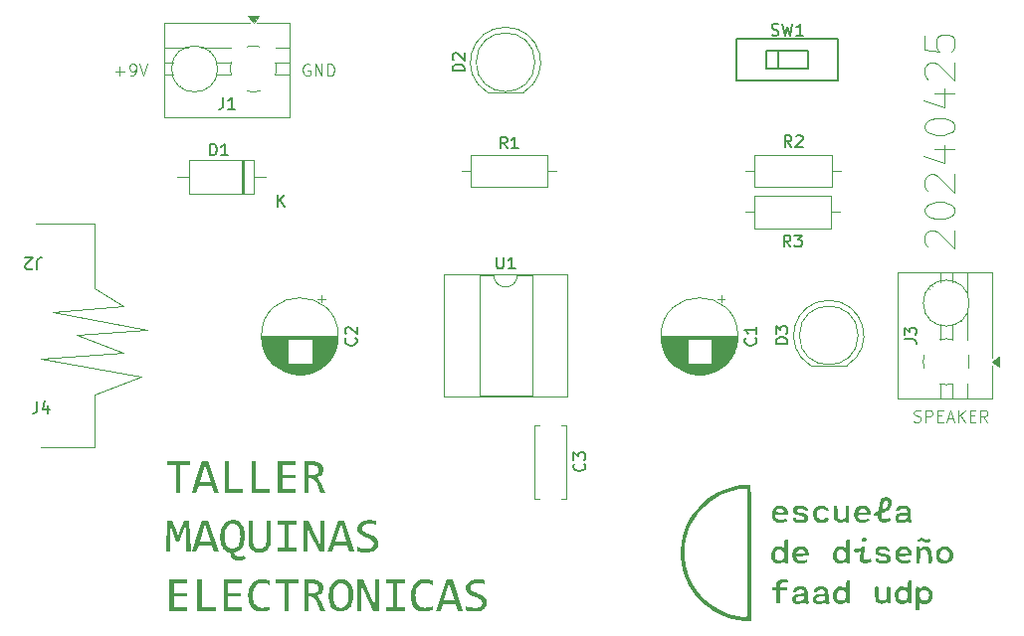
<source format=gbr>
%TF.GenerationSoftware,KiCad,Pcbnew,8.0.8*%
%TF.CreationDate,2025-04-26T12:51:52-04:00*%
%TF.ProjectId,udpudu,75647075-6475-42e6-9b69-6361645f7063,rev?*%
%TF.SameCoordinates,Original*%
%TF.FileFunction,Legend,Top*%
%TF.FilePolarity,Positive*%
%FSLAX46Y46*%
G04 Gerber Fmt 4.6, Leading zero omitted, Abs format (unit mm)*
G04 Created by KiCad (PCBNEW 8.0.8) date 2025-04-26 12:51:52*
%MOMM*%
%LPD*%
G01*
G04 APERTURE LIST*
%ADD10C,0.100000*%
%ADD11C,0.150000*%
%ADD12C,0.000000*%
%ADD13C,0.120000*%
G04 APERTURE END LIST*
D10*
X128426942Y-69958020D02*
X128307895Y-69838972D01*
X128307895Y-69838972D02*
X128188847Y-69600877D01*
X128188847Y-69600877D02*
X128188847Y-69005639D01*
X128188847Y-69005639D02*
X128307895Y-68767544D01*
X128307895Y-68767544D02*
X128426942Y-68648496D01*
X128426942Y-68648496D02*
X128665038Y-68529449D01*
X128665038Y-68529449D02*
X128903133Y-68529449D01*
X128903133Y-68529449D02*
X129260276Y-68648496D01*
X129260276Y-68648496D02*
X130688847Y-70077068D01*
X130688847Y-70077068D02*
X130688847Y-68529449D01*
X128188847Y-66981830D02*
X128188847Y-66743735D01*
X128188847Y-66743735D02*
X128307895Y-66505639D01*
X128307895Y-66505639D02*
X128426942Y-66386592D01*
X128426942Y-66386592D02*
X128665038Y-66267544D01*
X128665038Y-66267544D02*
X129141228Y-66148497D01*
X129141228Y-66148497D02*
X129736466Y-66148497D01*
X129736466Y-66148497D02*
X130212657Y-66267544D01*
X130212657Y-66267544D02*
X130450752Y-66386592D01*
X130450752Y-66386592D02*
X130569800Y-66505639D01*
X130569800Y-66505639D02*
X130688847Y-66743735D01*
X130688847Y-66743735D02*
X130688847Y-66981830D01*
X130688847Y-66981830D02*
X130569800Y-67219925D01*
X130569800Y-67219925D02*
X130450752Y-67338973D01*
X130450752Y-67338973D02*
X130212657Y-67458020D01*
X130212657Y-67458020D02*
X129736466Y-67577068D01*
X129736466Y-67577068D02*
X129141228Y-67577068D01*
X129141228Y-67577068D02*
X128665038Y-67458020D01*
X128665038Y-67458020D02*
X128426942Y-67338973D01*
X128426942Y-67338973D02*
X128307895Y-67219925D01*
X128307895Y-67219925D02*
X128188847Y-66981830D01*
X128426942Y-65196116D02*
X128307895Y-65077068D01*
X128307895Y-65077068D02*
X128188847Y-64838973D01*
X128188847Y-64838973D02*
X128188847Y-64243735D01*
X128188847Y-64243735D02*
X128307895Y-64005640D01*
X128307895Y-64005640D02*
X128426942Y-63886592D01*
X128426942Y-63886592D02*
X128665038Y-63767545D01*
X128665038Y-63767545D02*
X128903133Y-63767545D01*
X128903133Y-63767545D02*
X129260276Y-63886592D01*
X129260276Y-63886592D02*
X130688847Y-65315164D01*
X130688847Y-65315164D02*
X130688847Y-63767545D01*
X129022180Y-61624688D02*
X130688847Y-61624688D01*
X128069800Y-62219926D02*
X129855514Y-62815164D01*
X129855514Y-62815164D02*
X129855514Y-61267545D01*
X128188847Y-59838974D02*
X128188847Y-59600879D01*
X128188847Y-59600879D02*
X128307895Y-59362783D01*
X128307895Y-59362783D02*
X128426942Y-59243736D01*
X128426942Y-59243736D02*
X128665038Y-59124688D01*
X128665038Y-59124688D02*
X129141228Y-59005641D01*
X129141228Y-59005641D02*
X129736466Y-59005641D01*
X129736466Y-59005641D02*
X130212657Y-59124688D01*
X130212657Y-59124688D02*
X130450752Y-59243736D01*
X130450752Y-59243736D02*
X130569800Y-59362783D01*
X130569800Y-59362783D02*
X130688847Y-59600879D01*
X130688847Y-59600879D02*
X130688847Y-59838974D01*
X130688847Y-59838974D02*
X130569800Y-60077069D01*
X130569800Y-60077069D02*
X130450752Y-60196117D01*
X130450752Y-60196117D02*
X130212657Y-60315164D01*
X130212657Y-60315164D02*
X129736466Y-60434212D01*
X129736466Y-60434212D02*
X129141228Y-60434212D01*
X129141228Y-60434212D02*
X128665038Y-60315164D01*
X128665038Y-60315164D02*
X128426942Y-60196117D01*
X128426942Y-60196117D02*
X128307895Y-60077069D01*
X128307895Y-60077069D02*
X128188847Y-59838974D01*
X129022180Y-56862784D02*
X130688847Y-56862784D01*
X128069800Y-57458022D02*
X129855514Y-58053260D01*
X129855514Y-58053260D02*
X129855514Y-56505641D01*
X128426942Y-55672308D02*
X128307895Y-55553260D01*
X128307895Y-55553260D02*
X128188847Y-55315165D01*
X128188847Y-55315165D02*
X128188847Y-54719927D01*
X128188847Y-54719927D02*
X128307895Y-54481832D01*
X128307895Y-54481832D02*
X128426942Y-54362784D01*
X128426942Y-54362784D02*
X128665038Y-54243737D01*
X128665038Y-54243737D02*
X128903133Y-54243737D01*
X128903133Y-54243737D02*
X129260276Y-54362784D01*
X129260276Y-54362784D02*
X130688847Y-55791356D01*
X130688847Y-55791356D02*
X130688847Y-54243737D01*
X128188847Y-51981832D02*
X128188847Y-53172308D01*
X128188847Y-53172308D02*
X129379323Y-53291356D01*
X129379323Y-53291356D02*
X129260276Y-53172308D01*
X129260276Y-53172308D02*
X129141228Y-52934213D01*
X129141228Y-52934213D02*
X129141228Y-52338975D01*
X129141228Y-52338975D02*
X129260276Y-52100880D01*
X129260276Y-52100880D02*
X129379323Y-51981832D01*
X129379323Y-51981832D02*
X129617419Y-51862785D01*
X129617419Y-51862785D02*
X130212657Y-51862785D01*
X130212657Y-51862785D02*
X130450752Y-51981832D01*
X130450752Y-51981832D02*
X130569800Y-52100880D01*
X130569800Y-52100880D02*
X130688847Y-52338975D01*
X130688847Y-52338975D02*
X130688847Y-52934213D01*
X130688847Y-52934213D02*
X130569800Y-53172308D01*
X130569800Y-53172308D02*
X130450752Y-53291356D01*
G36*
X65643230Y-88565268D02*
G01*
X64846022Y-88565268D01*
X64846022Y-90910000D01*
X64474528Y-90910000D01*
X64474528Y-88565268D01*
X63677320Y-88565268D01*
X63677320Y-88237006D01*
X65643230Y-88237006D01*
X65643230Y-88565268D01*
G37*
G36*
X68106664Y-90910000D02*
G01*
X67706594Y-90910000D01*
X67519016Y-90347264D01*
X66397941Y-90347264D01*
X66208164Y-90910000D01*
X65827145Y-90910000D01*
X66125366Y-90019002D01*
X66503454Y-90019002D01*
X67414235Y-90019002D01*
X66958478Y-88546217D01*
X66503454Y-90019002D01*
X66125366Y-90019002D01*
X66721807Y-88237006D01*
X67224459Y-88237006D01*
X68106664Y-90910000D01*
G37*
G36*
X70142916Y-90910000D02*
G01*
X68593196Y-90910000D01*
X68593196Y-88237006D01*
X68966154Y-88237006D01*
X68966154Y-90581737D01*
X70142916Y-90581737D01*
X70142916Y-90910000D01*
G37*
G36*
X72449546Y-90910000D02*
G01*
X70899825Y-90910000D01*
X70899825Y-88237006D01*
X71272784Y-88237006D01*
X71272784Y-90581737D01*
X72449546Y-90581737D01*
X72449546Y-90910000D01*
G37*
G36*
X74671912Y-90910000D02*
G01*
X73140509Y-90910000D01*
X73140509Y-88237006D01*
X74671912Y-88237006D01*
X74671912Y-88565268D01*
X73507606Y-88565268D01*
X73507606Y-89362477D01*
X74626482Y-89362477D01*
X74626482Y-89690739D01*
X73507606Y-89690739D01*
X73507606Y-90581737D01*
X74671912Y-90581737D01*
X74671912Y-90910000D01*
G37*
G36*
X76258623Y-88242980D02*
G01*
X76408495Y-88263124D01*
X76508862Y-88287564D01*
X76654020Y-88343291D01*
X76779041Y-88422609D01*
X76785833Y-88428248D01*
X76889517Y-88541463D01*
X76944836Y-88645868D01*
X76984285Y-88788776D01*
X76995394Y-88927236D01*
X76980796Y-89075671D01*
X76958025Y-89159511D01*
X76894161Y-89294285D01*
X76848115Y-89358080D01*
X76742786Y-89460376D01*
X76666399Y-89512686D01*
X76526514Y-89578502D01*
X76418004Y-89610139D01*
X76546517Y-89684271D01*
X76610711Y-89751556D01*
X76695826Y-89877032D01*
X76767473Y-90008625D01*
X76772644Y-90019002D01*
X77199092Y-90910000D01*
X76785101Y-90910000D01*
X76382833Y-90034389D01*
X76313452Y-89903185D01*
X76289776Y-89868060D01*
X76187927Y-89763279D01*
X76068492Y-89707592D01*
X75923412Y-89690739D01*
X75750488Y-89690739D01*
X75750488Y-90910000D01*
X75383391Y-90910000D01*
X75383391Y-89409371D01*
X75750488Y-89409371D01*
X76047243Y-89409371D01*
X76199341Y-89398495D01*
X76280983Y-89381528D01*
X76419332Y-89323413D01*
X76457571Y-89297264D01*
X76557745Y-89185034D01*
X76571144Y-89160244D01*
X76609516Y-89018403D01*
X76611444Y-88973398D01*
X76589193Y-88823874D01*
X76508221Y-88694022D01*
X76476622Y-88667117D01*
X76337475Y-88597494D01*
X76184495Y-88568849D01*
X76096336Y-88565268D01*
X75750488Y-88565268D01*
X75750488Y-89409371D01*
X75383391Y-89409371D01*
X75383391Y-88237006D01*
X76105129Y-88237006D01*
X76258623Y-88242980D01*
G37*
G36*
X65719434Y-95950000D02*
G01*
X65361130Y-95950000D01*
X65307641Y-94225157D01*
X65284926Y-93638974D01*
X65158897Y-93989951D01*
X64761025Y-95059002D01*
X64507501Y-95059002D01*
X64128681Y-94030251D01*
X64002651Y-93638974D01*
X63994591Y-94253733D01*
X63946964Y-95950000D01*
X63601116Y-95950000D01*
X63733007Y-93277006D01*
X64167515Y-93277006D01*
X64530949Y-94294033D01*
X64648185Y-94636950D01*
X64761758Y-94294033D01*
X65142777Y-93277006D01*
X65589741Y-93277006D01*
X65719434Y-95950000D01*
G37*
G36*
X68106664Y-95950000D02*
G01*
X67706594Y-95950000D01*
X67519016Y-95387264D01*
X66397941Y-95387264D01*
X66208164Y-95950000D01*
X65827145Y-95950000D01*
X66125366Y-95059002D01*
X66503454Y-95059002D01*
X67414235Y-95059002D01*
X66958478Y-93586217D01*
X66503454Y-95059002D01*
X66125366Y-95059002D01*
X66721807Y-93277006D01*
X67224459Y-93277006D01*
X68106664Y-95950000D01*
G37*
G36*
X69449675Y-93239342D02*
G01*
X69606058Y-93270818D01*
X69746510Y-93324633D01*
X69881870Y-93406722D01*
X69998890Y-93512303D01*
X70066713Y-93595743D01*
X70146746Y-93725978D01*
X70211541Y-93873876D01*
X70257222Y-94023656D01*
X70287683Y-94170069D01*
X70308175Y-94326568D01*
X70318021Y-94474144D01*
X70320237Y-94590055D01*
X70315840Y-94750248D01*
X70302651Y-94900366D01*
X70277303Y-95057206D01*
X70249895Y-95170376D01*
X70201309Y-95318782D01*
X70136128Y-95465169D01*
X70058653Y-95593893D01*
X69961349Y-95713729D01*
X69851886Y-95812750D01*
X69772156Y-95867201D01*
X69634092Y-95936326D01*
X69487806Y-95982958D01*
X69417515Y-95996894D01*
X69464559Y-96140925D01*
X69554845Y-96262260D01*
X69561863Y-96268736D01*
X69688623Y-96342893D01*
X69843538Y-96371143D01*
X69881332Y-96372051D01*
X70028061Y-96353916D01*
X70076238Y-96339811D01*
X70209606Y-96274701D01*
X70271144Y-96231367D01*
X70433810Y-96465840D01*
X70313015Y-96562732D01*
X70180169Y-96635418D01*
X70153175Y-96646092D01*
X70006812Y-96686758D01*
X69856420Y-96700314D01*
X69707656Y-96690493D01*
X69561751Y-96658367D01*
X69553070Y-96655617D01*
X69416840Y-96596498D01*
X69313468Y-96523726D01*
X69211407Y-96410665D01*
X69149337Y-96303175D01*
X69100061Y-96160293D01*
X69076157Y-96007708D01*
X69075331Y-95996894D01*
X68922591Y-95963303D01*
X68785308Y-95908692D01*
X68702372Y-95860607D01*
X68582485Y-95763752D01*
X68480012Y-95644646D01*
X68438590Y-95582170D01*
X68367424Y-95443821D01*
X68315222Y-95301795D01*
X68281786Y-95174773D01*
X68254738Y-95022832D01*
X68237708Y-94861016D01*
X68230946Y-94706939D01*
X68230495Y-94653803D01*
X68232119Y-94590788D01*
X68612247Y-94590788D01*
X68615824Y-94739166D01*
X68628025Y-94891802D01*
X68648883Y-95033356D01*
X68686138Y-95184908D01*
X68741677Y-95327561D01*
X68765387Y-95373342D01*
X68856612Y-95498639D01*
X68970551Y-95591695D01*
X69109403Y-95649398D01*
X69262868Y-95668557D01*
X69273900Y-95668632D01*
X69425552Y-95650600D01*
X69564243Y-95591615D01*
X69572121Y-95586566D01*
X69686976Y-95489663D01*
X69774356Y-95371865D01*
X69779483Y-95363084D01*
X69842515Y-95229587D01*
X69886477Y-95089300D01*
X69899651Y-95031158D01*
X69923762Y-94885219D01*
X69936745Y-94732067D01*
X69939218Y-94625959D01*
X69934975Y-94467262D01*
X69922248Y-94318608D01*
X69903314Y-94192184D01*
X69866766Y-94041823D01*
X69810907Y-93900452D01*
X69786810Y-93855129D01*
X69694670Y-93730198D01*
X69579448Y-93636775D01*
X69439680Y-93577974D01*
X69285024Y-93558450D01*
X69273900Y-93558374D01*
X69121884Y-93576406D01*
X68983513Y-93635390D01*
X68975680Y-93640439D01*
X68862107Y-93737159D01*
X68770516Y-93863189D01*
X68704495Y-94005545D01*
X68661603Y-94145850D01*
X68651081Y-94192184D01*
X68625937Y-94348461D01*
X68614105Y-94499586D01*
X68612247Y-94590788D01*
X68232119Y-94590788D01*
X68234527Y-94497325D01*
X68246624Y-94350384D01*
X68270323Y-94194130D01*
X68304555Y-94050332D01*
X68314759Y-94016329D01*
X68367322Y-93872543D01*
X68436874Y-93730319D01*
X68518161Y-93606557D01*
X68544836Y-93573028D01*
X68650293Y-93463454D01*
X68778371Y-93368606D01*
X68883356Y-93314375D01*
X69032077Y-93263027D01*
X69186980Y-93235378D01*
X69293684Y-93230111D01*
X69449675Y-93239342D01*
G37*
G36*
X72517690Y-95026029D02*
G01*
X72510244Y-95173313D01*
X72485136Y-95322927D01*
X72454675Y-95427564D01*
X72393801Y-95564595D01*
X72306607Y-95692422D01*
X72270027Y-95733112D01*
X72153581Y-95832448D01*
X72015816Y-95909906D01*
X71972540Y-95928018D01*
X71820951Y-95972612D01*
X71665566Y-95993598D01*
X71568073Y-95996894D01*
X71418437Y-95990526D01*
X71271026Y-95968809D01*
X71141625Y-95931681D01*
X71000735Y-95863601D01*
X70877173Y-95767623D01*
X70855861Y-95745568D01*
X70765862Y-95622285D01*
X70705395Y-95488047D01*
X70695394Y-95456873D01*
X70662659Y-95313656D01*
X70646613Y-95157863D01*
X70644836Y-95081716D01*
X70644836Y-93277006D01*
X71011200Y-93277006D01*
X71011200Y-95036287D01*
X71018710Y-95183382D01*
X71041242Y-95311060D01*
X71096765Y-95448840D01*
X71138695Y-95508164D01*
X71257470Y-95602237D01*
X71315282Y-95628332D01*
X71461108Y-95661981D01*
X71580530Y-95668632D01*
X71732868Y-95655475D01*
X71873718Y-95609994D01*
X71994106Y-95522444D01*
X72012107Y-95502302D01*
X72091369Y-95371343D01*
X72134875Y-95224339D01*
X72150782Y-95069277D01*
X72151325Y-95031891D01*
X72151325Y-93277006D01*
X72517690Y-93277006D01*
X72517690Y-95026029D01*
G37*
G36*
X73701046Y-93605268D02*
G01*
X73081158Y-93605268D01*
X73081158Y-93277006D01*
X74692428Y-93277006D01*
X74692428Y-93605268D01*
X74072540Y-93605268D01*
X74072540Y-95621737D01*
X74692428Y-95621737D01*
X74692428Y-95950000D01*
X73081158Y-95950000D01*
X73081158Y-95621737D01*
X73701046Y-95621737D01*
X73701046Y-93605268D01*
G37*
G36*
X77110432Y-95950000D02*
G01*
X76632693Y-95950000D01*
X75847208Y-94282309D01*
X75620795Y-93745952D01*
X75620795Y-95094905D01*
X75620795Y-95950000D01*
X75278611Y-95950000D01*
X75278611Y-93277006D01*
X75750488Y-93277006D01*
X76498604Y-94865561D01*
X76768248Y-95481053D01*
X76768248Y-94040509D01*
X76768248Y-93277006D01*
X77110432Y-93277006D01*
X77110432Y-95950000D01*
G37*
G36*
X79639811Y-95950000D02*
G01*
X79239741Y-95950000D01*
X79052163Y-95387264D01*
X77931088Y-95387264D01*
X77741311Y-95950000D01*
X77360293Y-95950000D01*
X77658513Y-95059002D01*
X78036601Y-95059002D01*
X78947383Y-95059002D01*
X78491625Y-93586217D01*
X78036601Y-95059002D01*
X77658513Y-95059002D01*
X78254954Y-93277006D01*
X78757606Y-93277006D01*
X79639811Y-95950000D01*
G37*
G36*
X81700976Y-95230460D02*
G01*
X81688037Y-95378579D01*
X81645161Y-95520511D01*
X81622575Y-95566782D01*
X81535549Y-95690956D01*
X81421475Y-95794200D01*
X81404221Y-95806385D01*
X81270825Y-95881117D01*
X81127366Y-95933935D01*
X81067166Y-95950000D01*
X80914118Y-95978576D01*
X80763685Y-95993185D01*
X80633391Y-95996894D01*
X80486642Y-95992738D01*
X80420167Y-95988101D01*
X80271603Y-95974244D01*
X80215736Y-95967585D01*
X80070174Y-95945886D01*
X80031821Y-95939009D01*
X79888348Y-95906658D01*
X79875017Y-95903105D01*
X79875017Y-95527948D01*
X80017590Y-95580181D01*
X80163039Y-95618887D01*
X80222330Y-95631263D01*
X80374280Y-95654034D01*
X80526602Y-95665676D01*
X80660502Y-95668632D01*
X80815148Y-95662675D01*
X80962386Y-95641521D01*
X81106311Y-95593931D01*
X81166085Y-95560188D01*
X81269563Y-95451996D01*
X81281856Y-95428297D01*
X81316883Y-95281581D01*
X81317759Y-95250976D01*
X81283550Y-95105347D01*
X81256943Y-95064863D01*
X81149836Y-94961920D01*
X81097208Y-94926378D01*
X80962684Y-94854650D01*
X80871528Y-94815736D01*
X80735396Y-94761190D01*
X80612875Y-94711688D01*
X80474188Y-94651803D01*
X80354221Y-94595184D01*
X80220424Y-94517106D01*
X80128541Y-94446441D01*
X80024508Y-94334304D01*
X79968806Y-94245673D01*
X79919630Y-94102344D01*
X79907990Y-93971632D01*
X79926305Y-93817820D01*
X79965875Y-93699790D01*
X80045163Y-93565799D01*
X80144661Y-93461653D01*
X80273826Y-93372964D01*
X80410252Y-93310425D01*
X80456803Y-93293859D01*
X80610436Y-93255012D01*
X80769188Y-93235154D01*
X80911828Y-93230111D01*
X81059106Y-93237438D01*
X81209416Y-93256329D01*
X81219574Y-93257955D01*
X81365911Y-93284869D01*
X81380774Y-93287997D01*
X81523783Y-93322712D01*
X81528053Y-93323900D01*
X81528053Y-93652163D01*
X81378988Y-93613877D01*
X81229924Y-93585573D01*
X81210048Y-93582554D01*
X81063925Y-93565198D01*
X80913029Y-93558397D01*
X80903768Y-93558374D01*
X80756306Y-93564785D01*
X80601346Y-93590831D01*
X80458463Y-93648533D01*
X80439218Y-93660956D01*
X80332979Y-93771895D01*
X80291785Y-93913747D01*
X80291207Y-93934996D01*
X80325416Y-94081450D01*
X80352023Y-94122575D01*
X80459130Y-94226571D01*
X80511758Y-94262526D01*
X80646282Y-94335169D01*
X80737438Y-94374633D01*
X80873571Y-94429178D01*
X80996092Y-94478681D01*
X81134778Y-94538615D01*
X81254745Y-94596650D01*
X81381571Y-94670999D01*
X81480425Y-94747592D01*
X81584458Y-94861985D01*
X81640160Y-94952756D01*
X81689336Y-95098326D01*
X81700976Y-95230460D01*
G37*
G36*
X65445394Y-100990000D02*
G01*
X63913991Y-100990000D01*
X63913991Y-98317006D01*
X65445394Y-98317006D01*
X65445394Y-98645268D01*
X64281088Y-98645268D01*
X64281088Y-99442477D01*
X65399965Y-99442477D01*
X65399965Y-99770739D01*
X64281088Y-99770739D01*
X64281088Y-100661737D01*
X65445394Y-100661737D01*
X65445394Y-100990000D01*
G37*
G36*
X67836287Y-100990000D02*
G01*
X66286566Y-100990000D01*
X66286566Y-98317006D01*
X66659525Y-98317006D01*
X66659525Y-100661737D01*
X67836287Y-100661737D01*
X67836287Y-100990000D01*
G37*
G36*
X70058653Y-100990000D02*
G01*
X68527250Y-100990000D01*
X68527250Y-98317006D01*
X70058653Y-98317006D01*
X70058653Y-98645268D01*
X68894347Y-98645268D01*
X68894347Y-99442477D01*
X70013224Y-99442477D01*
X70013224Y-99770739D01*
X68894347Y-99770739D01*
X68894347Y-100661737D01*
X70058653Y-100661737D01*
X70058653Y-100990000D01*
G37*
G36*
X72470062Y-100896210D02*
G01*
X72327184Y-100951028D01*
X72181290Y-100992381D01*
X72032381Y-101020270D01*
X71880456Y-101034696D01*
X71792288Y-101036894D01*
X71620373Y-101028558D01*
X71461373Y-101003549D01*
X71315289Y-100961868D01*
X71157036Y-100889843D01*
X71017383Y-100793810D01*
X70915212Y-100695443D01*
X70811374Y-100555609D01*
X70741253Y-100421489D01*
X70686051Y-100271376D01*
X70645769Y-100105271D01*
X70620406Y-99923173D01*
X70610858Y-99765979D01*
X70609665Y-99683545D01*
X70614931Y-99525138D01*
X70630730Y-99374516D01*
X70661095Y-99214373D01*
X70693928Y-99096629D01*
X70747361Y-98955393D01*
X70819918Y-98813284D01*
X70906357Y-98686774D01*
X70934996Y-98651863D01*
X71039367Y-98545603D01*
X71156475Y-98455801D01*
X71286319Y-98382456D01*
X71313817Y-98369762D01*
X71458259Y-98317212D01*
X71613148Y-98284125D01*
X71761480Y-98270987D01*
X71812805Y-98270111D01*
X71960738Y-98275795D01*
X72110043Y-98294628D01*
X72160851Y-98304549D01*
X72309078Y-98345046D01*
X72451509Y-98401965D01*
X72470062Y-98410795D01*
X72470062Y-98785952D01*
X72339871Y-98714225D01*
X72196023Y-98656050D01*
X72166713Y-98646734D01*
X72013956Y-98612022D01*
X71859762Y-98598799D01*
X71825261Y-98598374D01*
X71676993Y-98610104D01*
X71530573Y-98648973D01*
X71481612Y-98669448D01*
X71348024Y-98750249D01*
X71241355Y-98851228D01*
X71220760Y-98876078D01*
X71136551Y-99006048D01*
X71075184Y-99147079D01*
X71055896Y-99206538D01*
X71021069Y-99360446D01*
X71003264Y-99515105D01*
X70998743Y-99651304D01*
X71003913Y-99808956D01*
X71023766Y-99981513D01*
X71058507Y-100135936D01*
X71117858Y-100293175D01*
X71197474Y-100425730D01*
X71210502Y-100442651D01*
X71329112Y-100559018D01*
X71472452Y-100642137D01*
X71618161Y-100687592D01*
X71782803Y-100707593D01*
X71833321Y-100708632D01*
X71981825Y-100701619D01*
X72134710Y-100678543D01*
X72164515Y-100671995D01*
X72310842Y-100630522D01*
X72451695Y-100576168D01*
X72470062Y-100567948D01*
X72470062Y-100896210D01*
G37*
G36*
X74869748Y-98645268D02*
G01*
X74072540Y-98645268D01*
X74072540Y-100990000D01*
X73701046Y-100990000D01*
X73701046Y-98645268D01*
X72903838Y-98645268D01*
X72903838Y-98317006D01*
X74869748Y-98317006D01*
X74869748Y-98645268D01*
G37*
G36*
X76258623Y-98322980D02*
G01*
X76408495Y-98343124D01*
X76508862Y-98367564D01*
X76654020Y-98423291D01*
X76779041Y-98502609D01*
X76785833Y-98508248D01*
X76889517Y-98621463D01*
X76944836Y-98725868D01*
X76984285Y-98868776D01*
X76995394Y-99007236D01*
X76980796Y-99155671D01*
X76958025Y-99239511D01*
X76894161Y-99374285D01*
X76848115Y-99438080D01*
X76742786Y-99540376D01*
X76666399Y-99592686D01*
X76526514Y-99658502D01*
X76418004Y-99690139D01*
X76546517Y-99764271D01*
X76610711Y-99831556D01*
X76695826Y-99957032D01*
X76767473Y-100088625D01*
X76772644Y-100099002D01*
X77199092Y-100990000D01*
X76785101Y-100990000D01*
X76382833Y-100114389D01*
X76313452Y-99983185D01*
X76289776Y-99948060D01*
X76187927Y-99843279D01*
X76068492Y-99787592D01*
X75923412Y-99770739D01*
X75750488Y-99770739D01*
X75750488Y-100990000D01*
X75383391Y-100990000D01*
X75383391Y-99489371D01*
X75750488Y-99489371D01*
X76047243Y-99489371D01*
X76199341Y-99478495D01*
X76280983Y-99461528D01*
X76419332Y-99403413D01*
X76457571Y-99377264D01*
X76557745Y-99265034D01*
X76571144Y-99240244D01*
X76609516Y-99098403D01*
X76611444Y-99053398D01*
X76589193Y-98903874D01*
X76508221Y-98774022D01*
X76476622Y-98747117D01*
X76337475Y-98677494D01*
X76184495Y-98648849D01*
X76096336Y-98645268D01*
X75750488Y-98645268D01*
X75750488Y-99489371D01*
X75383391Y-99489371D01*
X75383391Y-98317006D01*
X76105129Y-98317006D01*
X76258623Y-98322980D01*
G37*
G36*
X78676193Y-98279413D02*
G01*
X78832576Y-98311134D01*
X78973028Y-98365366D01*
X79108388Y-98447695D01*
X79225407Y-98552899D01*
X79293230Y-98635743D01*
X79373264Y-98765821D01*
X79432798Y-98900002D01*
X79479739Y-99049352D01*
X79483740Y-99065122D01*
X79514201Y-99212771D01*
X79534693Y-99370506D01*
X79544539Y-99519181D01*
X79546755Y-99635917D01*
X79542652Y-99789865D01*
X79527918Y-99954214D01*
X79502467Y-100106198D01*
X79461025Y-100262400D01*
X79408404Y-100403533D01*
X79338652Y-100543352D01*
X79257021Y-100665283D01*
X79230216Y-100698374D01*
X79124586Y-100805861D01*
X78995923Y-100899422D01*
X78890230Y-100953363D01*
X78741062Y-101004265D01*
X78585918Y-101031673D01*
X78479169Y-101036894D01*
X78323564Y-101027735D01*
X78167441Y-100996502D01*
X78027076Y-100943105D01*
X77891818Y-100861119D01*
X77775109Y-100755847D01*
X77707606Y-100672728D01*
X77628076Y-100541729D01*
X77569000Y-100406861D01*
X77522518Y-100256967D01*
X77518562Y-100241151D01*
X77488809Y-100092619D01*
X77468794Y-99933886D01*
X77459177Y-99784226D01*
X77457013Y-99666692D01*
X77457576Y-99645443D01*
X77838764Y-99645443D01*
X77843093Y-99803723D01*
X77856081Y-99952132D01*
X77875401Y-100078485D01*
X77912656Y-100227776D01*
X77968195Y-100368266D01*
X77991905Y-100413342D01*
X78083129Y-100537723D01*
X78197069Y-100630963D01*
X78335921Y-100689214D01*
X78489386Y-100708556D01*
X78500418Y-100708632D01*
X78652069Y-100690439D01*
X78790761Y-100630927D01*
X78798639Y-100625833D01*
X78913494Y-100528197D01*
X79000874Y-100409712D01*
X79006001Y-100400886D01*
X79069033Y-100267389D01*
X79112995Y-100127102D01*
X79126168Y-100068960D01*
X79150280Y-99922368D01*
X79163263Y-99768358D01*
X79165736Y-99661563D01*
X79161493Y-99504621D01*
X79148766Y-99357203D01*
X79129832Y-99231451D01*
X79093284Y-99081564D01*
X79037425Y-98940434D01*
X79013328Y-98895129D01*
X78921188Y-98769649D01*
X78805966Y-98676043D01*
X78666198Y-98617791D01*
X78511542Y-98598449D01*
X78500418Y-98598374D01*
X78348402Y-98616567D01*
X78210031Y-98676078D01*
X78202198Y-98681172D01*
X78088625Y-98778808D01*
X78002114Y-98897293D01*
X77997034Y-98906120D01*
X77934863Y-99039897D01*
X77890948Y-99180946D01*
X77877599Y-99239511D01*
X77853934Y-99386240D01*
X77841191Y-99539563D01*
X77838764Y-99645443D01*
X77457576Y-99645443D01*
X77461045Y-99514457D01*
X77475528Y-99351551D01*
X77500544Y-99200460D01*
X77541277Y-99044605D01*
X77593840Y-98903531D01*
X77663392Y-98763912D01*
X77753453Y-98631157D01*
X77771353Y-98609364D01*
X77876810Y-98501459D01*
X78004889Y-98407642D01*
X78109874Y-98353642D01*
X78258595Y-98302740D01*
X78413498Y-98275332D01*
X78520202Y-98270111D01*
X78676193Y-98279413D01*
G37*
G36*
X81723691Y-100990000D02*
G01*
X81245952Y-100990000D01*
X80460467Y-99322309D01*
X80234054Y-98785952D01*
X80234054Y-100134905D01*
X80234054Y-100990000D01*
X79891870Y-100990000D01*
X79891870Y-98317006D01*
X80363747Y-98317006D01*
X81111863Y-99905561D01*
X81381507Y-100521053D01*
X81381507Y-99080509D01*
X81381507Y-98317006D01*
X81723691Y-98317006D01*
X81723691Y-100990000D01*
G37*
G36*
X82927564Y-98645268D02*
G01*
X82307676Y-98645268D01*
X82307676Y-98317006D01*
X83918946Y-98317006D01*
X83918946Y-98645268D01*
X83299057Y-98645268D01*
X83299057Y-100661737D01*
X83918946Y-100661737D01*
X83918946Y-100990000D01*
X82307676Y-100990000D01*
X82307676Y-100661737D01*
X82927564Y-100661737D01*
X82927564Y-98645268D01*
G37*
G36*
X86309839Y-100896210D02*
G01*
X86166961Y-100951028D01*
X86021067Y-100992381D01*
X85872157Y-101020270D01*
X85720233Y-101034696D01*
X85632065Y-101036894D01*
X85460149Y-101028558D01*
X85301149Y-101003549D01*
X85155065Y-100961868D01*
X84996813Y-100889843D01*
X84857160Y-100793810D01*
X84754989Y-100695443D01*
X84651151Y-100555609D01*
X84581030Y-100421489D01*
X84525828Y-100271376D01*
X84485546Y-100105271D01*
X84460183Y-99923173D01*
X84450635Y-99765979D01*
X84449441Y-99683545D01*
X84454708Y-99525138D01*
X84470507Y-99374516D01*
X84500872Y-99214373D01*
X84533705Y-99096629D01*
X84587138Y-98955393D01*
X84659695Y-98813284D01*
X84746134Y-98686774D01*
X84774773Y-98651863D01*
X84879144Y-98545603D01*
X84996251Y-98455801D01*
X85126096Y-98382456D01*
X85153593Y-98369762D01*
X85298035Y-98317212D01*
X85452924Y-98284125D01*
X85601257Y-98270987D01*
X85652581Y-98270111D01*
X85800515Y-98275795D01*
X85949820Y-98294628D01*
X86000628Y-98304549D01*
X86148855Y-98345046D01*
X86291286Y-98401965D01*
X86309839Y-98410795D01*
X86309839Y-98785952D01*
X86179648Y-98714225D01*
X86035800Y-98656050D01*
X86006489Y-98646734D01*
X85853733Y-98612022D01*
X85699539Y-98598799D01*
X85665038Y-98598374D01*
X85516770Y-98610104D01*
X85370350Y-98648973D01*
X85321388Y-98669448D01*
X85187801Y-98750249D01*
X85081132Y-98851228D01*
X85060537Y-98876078D01*
X84976327Y-99006048D01*
X84914961Y-99147079D01*
X84895673Y-99206538D01*
X84860845Y-99360446D01*
X84843041Y-99515105D01*
X84838520Y-99651304D01*
X84843690Y-99808956D01*
X84863542Y-99981513D01*
X84898284Y-100135936D01*
X84957634Y-100293175D01*
X85037251Y-100425730D01*
X85050279Y-100442651D01*
X85168889Y-100559018D01*
X85312229Y-100642137D01*
X85457938Y-100687592D01*
X85622580Y-100707593D01*
X85673098Y-100708632D01*
X85821601Y-100701619D01*
X85974487Y-100678543D01*
X86004291Y-100671995D01*
X86150619Y-100630522D01*
X86291472Y-100576168D01*
X86309839Y-100567948D01*
X86309839Y-100896210D01*
G37*
G36*
X88866329Y-100990000D02*
G01*
X88466259Y-100990000D01*
X88278681Y-100427264D01*
X87157606Y-100427264D01*
X86967829Y-100990000D01*
X86586810Y-100990000D01*
X86885031Y-100099002D01*
X87263119Y-100099002D01*
X88173900Y-100099002D01*
X87718143Y-98626217D01*
X87263119Y-100099002D01*
X86885031Y-100099002D01*
X87481472Y-98317006D01*
X87984124Y-98317006D01*
X88866329Y-100990000D01*
G37*
G36*
X90927494Y-100270460D02*
G01*
X90914555Y-100418579D01*
X90871679Y-100560511D01*
X90849092Y-100606782D01*
X90762066Y-100730956D01*
X90647993Y-100834200D01*
X90630739Y-100846385D01*
X90497343Y-100921117D01*
X90353884Y-100973935D01*
X90293684Y-100990000D01*
X90140635Y-101018576D01*
X89990203Y-101033185D01*
X89859909Y-101036894D01*
X89713160Y-101032738D01*
X89646685Y-101028101D01*
X89498120Y-101014244D01*
X89442254Y-101007585D01*
X89296692Y-100985886D01*
X89258339Y-100979009D01*
X89114866Y-100946658D01*
X89101535Y-100943105D01*
X89101535Y-100567948D01*
X89244108Y-100620181D01*
X89389557Y-100658887D01*
X89448848Y-100671263D01*
X89600798Y-100694034D01*
X89753119Y-100705676D01*
X89887020Y-100708632D01*
X90041666Y-100702675D01*
X90188904Y-100681521D01*
X90332829Y-100633931D01*
X90392602Y-100600188D01*
X90496080Y-100491996D01*
X90508374Y-100468297D01*
X90543401Y-100321581D01*
X90544277Y-100290976D01*
X90510068Y-100145347D01*
X90483461Y-100104863D01*
X90376354Y-100001920D01*
X90323726Y-99966378D01*
X90189202Y-99894650D01*
X90098046Y-99855736D01*
X89961913Y-99801190D01*
X89839392Y-99751688D01*
X89700706Y-99691803D01*
X89580739Y-99635184D01*
X89446942Y-99557106D01*
X89355059Y-99486441D01*
X89251026Y-99374304D01*
X89195324Y-99285673D01*
X89146148Y-99142344D01*
X89134508Y-99011632D01*
X89152823Y-98857820D01*
X89192393Y-98739790D01*
X89271681Y-98605799D01*
X89371179Y-98501653D01*
X89500344Y-98412964D01*
X89636770Y-98350425D01*
X89683321Y-98333859D01*
X89836954Y-98295012D01*
X89995706Y-98275154D01*
X90138346Y-98270111D01*
X90285624Y-98277438D01*
X90435934Y-98296329D01*
X90446092Y-98297955D01*
X90592428Y-98324869D01*
X90607292Y-98327997D01*
X90750301Y-98362712D01*
X90754570Y-98363900D01*
X90754570Y-98692163D01*
X90605506Y-98653877D01*
X90456441Y-98625573D01*
X90436566Y-98622554D01*
X90290443Y-98605198D01*
X90139546Y-98598397D01*
X90130286Y-98598374D01*
X89982824Y-98604785D01*
X89827863Y-98630831D01*
X89684981Y-98688533D01*
X89665736Y-98700956D01*
X89559497Y-98811895D01*
X89518303Y-98953747D01*
X89517725Y-98974996D01*
X89551934Y-99121450D01*
X89578541Y-99162575D01*
X89685648Y-99266571D01*
X89738276Y-99302526D01*
X89872800Y-99375169D01*
X89963956Y-99414633D01*
X90100088Y-99469178D01*
X90222609Y-99518681D01*
X90361296Y-99578615D01*
X90481263Y-99636650D01*
X90608089Y-99710999D01*
X90706943Y-99787592D01*
X90810976Y-99901985D01*
X90866678Y-99992756D01*
X90915854Y-100138326D01*
X90927494Y-100270460D01*
G37*
X57500000Y-70000000D02*
X57500000Y-73500000D01*
X54000000Y-75500000D02*
X62000000Y-77000000D01*
X52500000Y-68000000D02*
X57500000Y-68000000D01*
X57500000Y-73500000D02*
X60000000Y-75000000D01*
X57500000Y-87000000D02*
X53000000Y-87000000D01*
X62000000Y-77000000D02*
X56000000Y-77500000D01*
X61500000Y-81000000D02*
X57500000Y-82500000D01*
X53000000Y-79500000D02*
X61500000Y-81000000D01*
X60000000Y-79000000D02*
X53000000Y-79500000D01*
X56000000Y-77500000D02*
X60000000Y-79000000D01*
X57500000Y-68000000D02*
X57500000Y-70000000D01*
X60000000Y-75000000D02*
X54000000Y-75500000D01*
X57500000Y-82500000D02*
X57500000Y-87000000D01*
X75827693Y-54420038D02*
X75732455Y-54372419D01*
X75732455Y-54372419D02*
X75589598Y-54372419D01*
X75589598Y-54372419D02*
X75446741Y-54420038D01*
X75446741Y-54420038D02*
X75351503Y-54515276D01*
X75351503Y-54515276D02*
X75303884Y-54610514D01*
X75303884Y-54610514D02*
X75256265Y-54800990D01*
X75256265Y-54800990D02*
X75256265Y-54943847D01*
X75256265Y-54943847D02*
X75303884Y-55134323D01*
X75303884Y-55134323D02*
X75351503Y-55229561D01*
X75351503Y-55229561D02*
X75446741Y-55324800D01*
X75446741Y-55324800D02*
X75589598Y-55372419D01*
X75589598Y-55372419D02*
X75684836Y-55372419D01*
X75684836Y-55372419D02*
X75827693Y-55324800D01*
X75827693Y-55324800D02*
X75875312Y-55277180D01*
X75875312Y-55277180D02*
X75875312Y-54943847D01*
X75875312Y-54943847D02*
X75684836Y-54943847D01*
X76303884Y-55372419D02*
X76303884Y-54372419D01*
X76303884Y-54372419D02*
X76875312Y-55372419D01*
X76875312Y-55372419D02*
X76875312Y-54372419D01*
X77351503Y-55372419D02*
X77351503Y-54372419D01*
X77351503Y-54372419D02*
X77589598Y-54372419D01*
X77589598Y-54372419D02*
X77732455Y-54420038D01*
X77732455Y-54420038D02*
X77827693Y-54515276D01*
X77827693Y-54515276D02*
X77875312Y-54610514D01*
X77875312Y-54610514D02*
X77922931Y-54800990D01*
X77922931Y-54800990D02*
X77922931Y-54943847D01*
X77922931Y-54943847D02*
X77875312Y-55134323D01*
X77875312Y-55134323D02*
X77827693Y-55229561D01*
X77827693Y-55229561D02*
X77732455Y-55324800D01*
X77732455Y-55324800D02*
X77589598Y-55372419D01*
X77589598Y-55372419D02*
X77351503Y-55372419D01*
X127256265Y-84824800D02*
X127399122Y-84872419D01*
X127399122Y-84872419D02*
X127637217Y-84872419D01*
X127637217Y-84872419D02*
X127732455Y-84824800D01*
X127732455Y-84824800D02*
X127780074Y-84777180D01*
X127780074Y-84777180D02*
X127827693Y-84681942D01*
X127827693Y-84681942D02*
X127827693Y-84586704D01*
X127827693Y-84586704D02*
X127780074Y-84491466D01*
X127780074Y-84491466D02*
X127732455Y-84443847D01*
X127732455Y-84443847D02*
X127637217Y-84396228D01*
X127637217Y-84396228D02*
X127446741Y-84348609D01*
X127446741Y-84348609D02*
X127351503Y-84300990D01*
X127351503Y-84300990D02*
X127303884Y-84253371D01*
X127303884Y-84253371D02*
X127256265Y-84158133D01*
X127256265Y-84158133D02*
X127256265Y-84062895D01*
X127256265Y-84062895D02*
X127303884Y-83967657D01*
X127303884Y-83967657D02*
X127351503Y-83920038D01*
X127351503Y-83920038D02*
X127446741Y-83872419D01*
X127446741Y-83872419D02*
X127684836Y-83872419D01*
X127684836Y-83872419D02*
X127827693Y-83920038D01*
X128256265Y-84872419D02*
X128256265Y-83872419D01*
X128256265Y-83872419D02*
X128637217Y-83872419D01*
X128637217Y-83872419D02*
X128732455Y-83920038D01*
X128732455Y-83920038D02*
X128780074Y-83967657D01*
X128780074Y-83967657D02*
X128827693Y-84062895D01*
X128827693Y-84062895D02*
X128827693Y-84205752D01*
X128827693Y-84205752D02*
X128780074Y-84300990D01*
X128780074Y-84300990D02*
X128732455Y-84348609D01*
X128732455Y-84348609D02*
X128637217Y-84396228D01*
X128637217Y-84396228D02*
X128256265Y-84396228D01*
X129256265Y-84348609D02*
X129589598Y-84348609D01*
X129732455Y-84872419D02*
X129256265Y-84872419D01*
X129256265Y-84872419D02*
X129256265Y-83872419D01*
X129256265Y-83872419D02*
X129732455Y-83872419D01*
X130113408Y-84586704D02*
X130589598Y-84586704D01*
X130018170Y-84872419D02*
X130351503Y-83872419D01*
X130351503Y-83872419D02*
X130684836Y-84872419D01*
X131018170Y-84872419D02*
X131018170Y-83872419D01*
X131589598Y-84872419D02*
X131161027Y-84300990D01*
X131589598Y-83872419D02*
X131018170Y-84443847D01*
X132018170Y-84348609D02*
X132351503Y-84348609D01*
X132494360Y-84872419D02*
X132018170Y-84872419D01*
X132018170Y-84872419D02*
X132018170Y-83872419D01*
X132018170Y-83872419D02*
X132494360Y-83872419D01*
X133494360Y-84872419D02*
X133161027Y-84396228D01*
X132922932Y-84872419D02*
X132922932Y-83872419D01*
X132922932Y-83872419D02*
X133303884Y-83872419D01*
X133303884Y-83872419D02*
X133399122Y-83920038D01*
X133399122Y-83920038D02*
X133446741Y-83967657D01*
X133446741Y-83967657D02*
X133494360Y-84062895D01*
X133494360Y-84062895D02*
X133494360Y-84205752D01*
X133494360Y-84205752D02*
X133446741Y-84300990D01*
X133446741Y-84300990D02*
X133399122Y-84348609D01*
X133399122Y-84348609D02*
X133303884Y-84396228D01*
X133303884Y-84396228D02*
X132922932Y-84396228D01*
X59303884Y-54991466D02*
X60065789Y-54991466D01*
X59684836Y-55372419D02*
X59684836Y-54610514D01*
X60589598Y-55372419D02*
X60780074Y-55372419D01*
X60780074Y-55372419D02*
X60875312Y-55324800D01*
X60875312Y-55324800D02*
X60922931Y-55277180D01*
X60922931Y-55277180D02*
X61018169Y-55134323D01*
X61018169Y-55134323D02*
X61065788Y-54943847D01*
X61065788Y-54943847D02*
X61065788Y-54562895D01*
X61065788Y-54562895D02*
X61018169Y-54467657D01*
X61018169Y-54467657D02*
X60970550Y-54420038D01*
X60970550Y-54420038D02*
X60875312Y-54372419D01*
X60875312Y-54372419D02*
X60684836Y-54372419D01*
X60684836Y-54372419D02*
X60589598Y-54420038D01*
X60589598Y-54420038D02*
X60541979Y-54467657D01*
X60541979Y-54467657D02*
X60494360Y-54562895D01*
X60494360Y-54562895D02*
X60494360Y-54800990D01*
X60494360Y-54800990D02*
X60541979Y-54896228D01*
X60541979Y-54896228D02*
X60589598Y-54943847D01*
X60589598Y-54943847D02*
X60684836Y-54991466D01*
X60684836Y-54991466D02*
X60875312Y-54991466D01*
X60875312Y-54991466D02*
X60970550Y-54943847D01*
X60970550Y-54943847D02*
X61018169Y-54896228D01*
X61018169Y-54896228D02*
X61065788Y-54800990D01*
X61351503Y-54372419D02*
X61684836Y-55372419D01*
X61684836Y-55372419D02*
X62018169Y-54372419D01*
D11*
X79759580Y-77734287D02*
X79807200Y-77781906D01*
X79807200Y-77781906D02*
X79854819Y-77924763D01*
X79854819Y-77924763D02*
X79854819Y-78020001D01*
X79854819Y-78020001D02*
X79807200Y-78162858D01*
X79807200Y-78162858D02*
X79711961Y-78258096D01*
X79711961Y-78258096D02*
X79616723Y-78305715D01*
X79616723Y-78305715D02*
X79426247Y-78353334D01*
X79426247Y-78353334D02*
X79283390Y-78353334D01*
X79283390Y-78353334D02*
X79092914Y-78305715D01*
X79092914Y-78305715D02*
X78997676Y-78258096D01*
X78997676Y-78258096D02*
X78902438Y-78162858D01*
X78902438Y-78162858D02*
X78854819Y-78020001D01*
X78854819Y-78020001D02*
X78854819Y-77924763D01*
X78854819Y-77924763D02*
X78902438Y-77781906D01*
X78902438Y-77781906D02*
X78950057Y-77734287D01*
X78950057Y-77353334D02*
X78902438Y-77305715D01*
X78902438Y-77305715D02*
X78854819Y-77210477D01*
X78854819Y-77210477D02*
X78854819Y-76972382D01*
X78854819Y-76972382D02*
X78902438Y-76877144D01*
X78902438Y-76877144D02*
X78950057Y-76829525D01*
X78950057Y-76829525D02*
X79045295Y-76781906D01*
X79045295Y-76781906D02*
X79140533Y-76781906D01*
X79140533Y-76781906D02*
X79283390Y-76829525D01*
X79283390Y-76829525D02*
X79854819Y-77400953D01*
X79854819Y-77400953D02*
X79854819Y-76781906D01*
X115166667Y-51907200D02*
X115309524Y-51954819D01*
X115309524Y-51954819D02*
X115547619Y-51954819D01*
X115547619Y-51954819D02*
X115642857Y-51907200D01*
X115642857Y-51907200D02*
X115690476Y-51859580D01*
X115690476Y-51859580D02*
X115738095Y-51764342D01*
X115738095Y-51764342D02*
X115738095Y-51669104D01*
X115738095Y-51669104D02*
X115690476Y-51573866D01*
X115690476Y-51573866D02*
X115642857Y-51526247D01*
X115642857Y-51526247D02*
X115547619Y-51478628D01*
X115547619Y-51478628D02*
X115357143Y-51431009D01*
X115357143Y-51431009D02*
X115261905Y-51383390D01*
X115261905Y-51383390D02*
X115214286Y-51335771D01*
X115214286Y-51335771D02*
X115166667Y-51240533D01*
X115166667Y-51240533D02*
X115166667Y-51145295D01*
X115166667Y-51145295D02*
X115214286Y-51050057D01*
X115214286Y-51050057D02*
X115261905Y-51002438D01*
X115261905Y-51002438D02*
X115357143Y-50954819D01*
X115357143Y-50954819D02*
X115595238Y-50954819D01*
X115595238Y-50954819D02*
X115738095Y-51002438D01*
X116071429Y-50954819D02*
X116309524Y-51954819D01*
X116309524Y-51954819D02*
X116500000Y-51240533D01*
X116500000Y-51240533D02*
X116690476Y-51954819D01*
X116690476Y-51954819D02*
X116928572Y-50954819D01*
X117833333Y-51954819D02*
X117261905Y-51954819D01*
X117547619Y-51954819D02*
X117547619Y-50954819D01*
X117547619Y-50954819D02*
X117452381Y-51097676D01*
X117452381Y-51097676D02*
X117357143Y-51192914D01*
X117357143Y-51192914D02*
X117261905Y-51240533D01*
X52643333Y-71883513D02*
X52643333Y-71169228D01*
X52643333Y-71169228D02*
X52690952Y-71026371D01*
X52690952Y-71026371D02*
X52786190Y-70931133D01*
X52786190Y-70931133D02*
X52929047Y-70883513D01*
X52929047Y-70883513D02*
X53024285Y-70883513D01*
X52214761Y-71788275D02*
X52167142Y-71835894D01*
X52167142Y-71835894D02*
X52071904Y-71883513D01*
X52071904Y-71883513D02*
X51833809Y-71883513D01*
X51833809Y-71883513D02*
X51738571Y-71835894D01*
X51738571Y-71835894D02*
X51690952Y-71788275D01*
X51690952Y-71788275D02*
X51643333Y-71693037D01*
X51643333Y-71693037D02*
X51643333Y-71597799D01*
X51643333Y-71597799D02*
X51690952Y-71454942D01*
X51690952Y-71454942D02*
X52262380Y-70883513D01*
X52262380Y-70883513D02*
X51643333Y-70883513D01*
X116494819Y-78243094D02*
X115494819Y-78243094D01*
X115494819Y-78243094D02*
X115494819Y-78004999D01*
X115494819Y-78004999D02*
X115542438Y-77862142D01*
X115542438Y-77862142D02*
X115637676Y-77766904D01*
X115637676Y-77766904D02*
X115732914Y-77719285D01*
X115732914Y-77719285D02*
X115923390Y-77671666D01*
X115923390Y-77671666D02*
X116066247Y-77671666D01*
X116066247Y-77671666D02*
X116256723Y-77719285D01*
X116256723Y-77719285D02*
X116351961Y-77766904D01*
X116351961Y-77766904D02*
X116447200Y-77862142D01*
X116447200Y-77862142D02*
X116494819Y-78004999D01*
X116494819Y-78004999D02*
X116494819Y-78243094D01*
X115494819Y-77338332D02*
X115494819Y-76719285D01*
X115494819Y-76719285D02*
X115875771Y-77052618D01*
X115875771Y-77052618D02*
X115875771Y-76909761D01*
X115875771Y-76909761D02*
X115923390Y-76814523D01*
X115923390Y-76814523D02*
X115971009Y-76766904D01*
X115971009Y-76766904D02*
X116066247Y-76719285D01*
X116066247Y-76719285D02*
X116304342Y-76719285D01*
X116304342Y-76719285D02*
X116399580Y-76766904D01*
X116399580Y-76766904D02*
X116447200Y-76814523D01*
X116447200Y-76814523D02*
X116494819Y-76909761D01*
X116494819Y-76909761D02*
X116494819Y-77195475D01*
X116494819Y-77195475D02*
X116447200Y-77290713D01*
X116447200Y-77290713D02*
X116399580Y-77338332D01*
X113759580Y-77734287D02*
X113807200Y-77781906D01*
X113807200Y-77781906D02*
X113854819Y-77924763D01*
X113854819Y-77924763D02*
X113854819Y-78020001D01*
X113854819Y-78020001D02*
X113807200Y-78162858D01*
X113807200Y-78162858D02*
X113711961Y-78258096D01*
X113711961Y-78258096D02*
X113616723Y-78305715D01*
X113616723Y-78305715D02*
X113426247Y-78353334D01*
X113426247Y-78353334D02*
X113283390Y-78353334D01*
X113283390Y-78353334D02*
X113092914Y-78305715D01*
X113092914Y-78305715D02*
X112997676Y-78258096D01*
X112997676Y-78258096D02*
X112902438Y-78162858D01*
X112902438Y-78162858D02*
X112854819Y-78020001D01*
X112854819Y-78020001D02*
X112854819Y-77924763D01*
X112854819Y-77924763D02*
X112902438Y-77781906D01*
X112902438Y-77781906D02*
X112950057Y-77734287D01*
X113854819Y-76781906D02*
X113854819Y-77353334D01*
X113854819Y-77067620D02*
X112854819Y-77067620D01*
X112854819Y-77067620D02*
X112997676Y-77162858D01*
X112997676Y-77162858D02*
X113092914Y-77258096D01*
X113092914Y-77258096D02*
X113140533Y-77353334D01*
X99189525Y-88442424D02*
X99237145Y-88490043D01*
X99237145Y-88490043D02*
X99284764Y-88632900D01*
X99284764Y-88632900D02*
X99284764Y-88728138D01*
X99284764Y-88728138D02*
X99237145Y-88870995D01*
X99237145Y-88870995D02*
X99141906Y-88966233D01*
X99141906Y-88966233D02*
X99046668Y-89013852D01*
X99046668Y-89013852D02*
X98856192Y-89061471D01*
X98856192Y-89061471D02*
X98713335Y-89061471D01*
X98713335Y-89061471D02*
X98522859Y-89013852D01*
X98522859Y-89013852D02*
X98427621Y-88966233D01*
X98427621Y-88966233D02*
X98332383Y-88870995D01*
X98332383Y-88870995D02*
X98284764Y-88728138D01*
X98284764Y-88728138D02*
X98284764Y-88632900D01*
X98284764Y-88632900D02*
X98332383Y-88490043D01*
X98332383Y-88490043D02*
X98380002Y-88442424D01*
X98284764Y-88109090D02*
X98284764Y-87490043D01*
X98284764Y-87490043D02*
X98665716Y-87823376D01*
X98665716Y-87823376D02*
X98665716Y-87680519D01*
X98665716Y-87680519D02*
X98713335Y-87585281D01*
X98713335Y-87585281D02*
X98760954Y-87537662D01*
X98760954Y-87537662D02*
X98856192Y-87490043D01*
X98856192Y-87490043D02*
X99094287Y-87490043D01*
X99094287Y-87490043D02*
X99189525Y-87537662D01*
X99189525Y-87537662D02*
X99237145Y-87585281D01*
X99237145Y-87585281D02*
X99284764Y-87680519D01*
X99284764Y-87680519D02*
X99284764Y-87966233D01*
X99284764Y-87966233D02*
X99237145Y-88061471D01*
X99237145Y-88061471D02*
X99189525Y-88109090D01*
X92633333Y-61584819D02*
X92300000Y-61108628D01*
X92061905Y-61584819D02*
X92061905Y-60584819D01*
X92061905Y-60584819D02*
X92442857Y-60584819D01*
X92442857Y-60584819D02*
X92538095Y-60632438D01*
X92538095Y-60632438D02*
X92585714Y-60680057D01*
X92585714Y-60680057D02*
X92633333Y-60775295D01*
X92633333Y-60775295D02*
X92633333Y-60918152D01*
X92633333Y-60918152D02*
X92585714Y-61013390D01*
X92585714Y-61013390D02*
X92538095Y-61061009D01*
X92538095Y-61061009D02*
X92442857Y-61108628D01*
X92442857Y-61108628D02*
X92061905Y-61108628D01*
X93585714Y-61584819D02*
X93014286Y-61584819D01*
X93300000Y-61584819D02*
X93300000Y-60584819D01*
X93300000Y-60584819D02*
X93204762Y-60727676D01*
X93204762Y-60727676D02*
X93109524Y-60822914D01*
X93109524Y-60822914D02*
X93014286Y-60870533D01*
X68464161Y-57219850D02*
X68464161Y-57934135D01*
X68464161Y-57934135D02*
X68416542Y-58076992D01*
X68416542Y-58076992D02*
X68321304Y-58172231D01*
X68321304Y-58172231D02*
X68178447Y-58219850D01*
X68178447Y-58219850D02*
X68083209Y-58219850D01*
X69464161Y-58219850D02*
X68892733Y-58219850D01*
X69178447Y-58219850D02*
X69178447Y-57219850D01*
X69178447Y-57219850D02*
X69083209Y-57362707D01*
X69083209Y-57362707D02*
X68987971Y-57457945D01*
X68987971Y-57457945D02*
X68892733Y-57505564D01*
X126454819Y-77833333D02*
X127169104Y-77833333D01*
X127169104Y-77833333D02*
X127311961Y-77880952D01*
X127311961Y-77880952D02*
X127407200Y-77976190D01*
X127407200Y-77976190D02*
X127454819Y-78119047D01*
X127454819Y-78119047D02*
X127454819Y-78214285D01*
X126454819Y-77452380D02*
X126454819Y-76833333D01*
X126454819Y-76833333D02*
X126835771Y-77166666D01*
X126835771Y-77166666D02*
X126835771Y-77023809D01*
X126835771Y-77023809D02*
X126883390Y-76928571D01*
X126883390Y-76928571D02*
X126931009Y-76880952D01*
X126931009Y-76880952D02*
X127026247Y-76833333D01*
X127026247Y-76833333D02*
X127264342Y-76833333D01*
X127264342Y-76833333D02*
X127359580Y-76880952D01*
X127359580Y-76880952D02*
X127407200Y-76928571D01*
X127407200Y-76928571D02*
X127454819Y-77023809D01*
X127454819Y-77023809D02*
X127454819Y-77309523D01*
X127454819Y-77309523D02*
X127407200Y-77404761D01*
X127407200Y-77404761D02*
X127359580Y-77452380D01*
X88994819Y-54968094D02*
X87994819Y-54968094D01*
X87994819Y-54968094D02*
X87994819Y-54729999D01*
X87994819Y-54729999D02*
X88042438Y-54587142D01*
X88042438Y-54587142D02*
X88137676Y-54491904D01*
X88137676Y-54491904D02*
X88232914Y-54444285D01*
X88232914Y-54444285D02*
X88423390Y-54396666D01*
X88423390Y-54396666D02*
X88566247Y-54396666D01*
X88566247Y-54396666D02*
X88756723Y-54444285D01*
X88756723Y-54444285D02*
X88851961Y-54491904D01*
X88851961Y-54491904D02*
X88947200Y-54587142D01*
X88947200Y-54587142D02*
X88994819Y-54729999D01*
X88994819Y-54729999D02*
X88994819Y-54968094D01*
X88090057Y-54015713D02*
X88042438Y-53968094D01*
X88042438Y-53968094D02*
X87994819Y-53872856D01*
X87994819Y-53872856D02*
X87994819Y-53634761D01*
X87994819Y-53634761D02*
X88042438Y-53539523D01*
X88042438Y-53539523D02*
X88090057Y-53491904D01*
X88090057Y-53491904D02*
X88185295Y-53444285D01*
X88185295Y-53444285D02*
X88280533Y-53444285D01*
X88280533Y-53444285D02*
X88423390Y-53491904D01*
X88423390Y-53491904D02*
X88994819Y-54063332D01*
X88994819Y-54063332D02*
X88994819Y-53444285D01*
X116753333Y-69954819D02*
X116420000Y-69478628D01*
X116181905Y-69954819D02*
X116181905Y-68954819D01*
X116181905Y-68954819D02*
X116562857Y-68954819D01*
X116562857Y-68954819D02*
X116658095Y-69002438D01*
X116658095Y-69002438D02*
X116705714Y-69050057D01*
X116705714Y-69050057D02*
X116753333Y-69145295D01*
X116753333Y-69145295D02*
X116753333Y-69288152D01*
X116753333Y-69288152D02*
X116705714Y-69383390D01*
X116705714Y-69383390D02*
X116658095Y-69431009D01*
X116658095Y-69431009D02*
X116562857Y-69478628D01*
X116562857Y-69478628D02*
X116181905Y-69478628D01*
X117086667Y-68954819D02*
X117705714Y-68954819D01*
X117705714Y-68954819D02*
X117372381Y-69335771D01*
X117372381Y-69335771D02*
X117515238Y-69335771D01*
X117515238Y-69335771D02*
X117610476Y-69383390D01*
X117610476Y-69383390D02*
X117658095Y-69431009D01*
X117658095Y-69431009D02*
X117705714Y-69526247D01*
X117705714Y-69526247D02*
X117705714Y-69764342D01*
X117705714Y-69764342D02*
X117658095Y-69859580D01*
X117658095Y-69859580D02*
X117610476Y-69907200D01*
X117610476Y-69907200D02*
X117515238Y-69954819D01*
X117515238Y-69954819D02*
X117229524Y-69954819D01*
X117229524Y-69954819D02*
X117134286Y-69907200D01*
X117134286Y-69907200D02*
X117086667Y-69859580D01*
X116833333Y-61454819D02*
X116500000Y-60978628D01*
X116261905Y-61454819D02*
X116261905Y-60454819D01*
X116261905Y-60454819D02*
X116642857Y-60454819D01*
X116642857Y-60454819D02*
X116738095Y-60502438D01*
X116738095Y-60502438D02*
X116785714Y-60550057D01*
X116785714Y-60550057D02*
X116833333Y-60645295D01*
X116833333Y-60645295D02*
X116833333Y-60788152D01*
X116833333Y-60788152D02*
X116785714Y-60883390D01*
X116785714Y-60883390D02*
X116738095Y-60931009D01*
X116738095Y-60931009D02*
X116642857Y-60978628D01*
X116642857Y-60978628D02*
X116261905Y-60978628D01*
X117214286Y-60550057D02*
X117261905Y-60502438D01*
X117261905Y-60502438D02*
X117357143Y-60454819D01*
X117357143Y-60454819D02*
X117595238Y-60454819D01*
X117595238Y-60454819D02*
X117690476Y-60502438D01*
X117690476Y-60502438D02*
X117738095Y-60550057D01*
X117738095Y-60550057D02*
X117785714Y-60645295D01*
X117785714Y-60645295D02*
X117785714Y-60740533D01*
X117785714Y-60740533D02*
X117738095Y-60883390D01*
X117738095Y-60883390D02*
X117166667Y-61454819D01*
X117166667Y-61454819D02*
X117785714Y-61454819D01*
X52666666Y-83116485D02*
X52666666Y-83830770D01*
X52666666Y-83830770D02*
X52619047Y-83973627D01*
X52619047Y-83973627D02*
X52523809Y-84068866D01*
X52523809Y-84068866D02*
X52380952Y-84116485D01*
X52380952Y-84116485D02*
X52285714Y-84116485D01*
X53571428Y-83449818D02*
X53571428Y-84116485D01*
X53333333Y-83068866D02*
X53095238Y-83783151D01*
X53095238Y-83783151D02*
X53714285Y-83783151D01*
X67351903Y-62170956D02*
X67351903Y-61170956D01*
X67351903Y-61170956D02*
X67589998Y-61170956D01*
X67589998Y-61170956D02*
X67732855Y-61218575D01*
X67732855Y-61218575D02*
X67828093Y-61313813D01*
X67828093Y-61313813D02*
X67875712Y-61409051D01*
X67875712Y-61409051D02*
X67923331Y-61599527D01*
X67923331Y-61599527D02*
X67923331Y-61742384D01*
X67923331Y-61742384D02*
X67875712Y-61932860D01*
X67875712Y-61932860D02*
X67828093Y-62028098D01*
X67828093Y-62028098D02*
X67732855Y-62123337D01*
X67732855Y-62123337D02*
X67589998Y-62170956D01*
X67589998Y-62170956D02*
X67351903Y-62170956D01*
X68875712Y-62170956D02*
X68304284Y-62170956D01*
X68589998Y-62170956D02*
X68589998Y-61170956D01*
X68589998Y-61170956D02*
X68494760Y-61313813D01*
X68494760Y-61313813D02*
X68399522Y-61409051D01*
X68399522Y-61409051D02*
X68304284Y-61456670D01*
X73153095Y-66554819D02*
X73153095Y-65554819D01*
X73724523Y-66554819D02*
X73295952Y-65983390D01*
X73724523Y-65554819D02*
X73153095Y-66126247D01*
X91748095Y-70824819D02*
X91748095Y-71634342D01*
X91748095Y-71634342D02*
X91795714Y-71729580D01*
X91795714Y-71729580D02*
X91843333Y-71777200D01*
X91843333Y-71777200D02*
X91938571Y-71824819D01*
X91938571Y-71824819D02*
X92129047Y-71824819D01*
X92129047Y-71824819D02*
X92224285Y-71777200D01*
X92224285Y-71777200D02*
X92271904Y-71729580D01*
X92271904Y-71729580D02*
X92319523Y-71634342D01*
X92319523Y-71634342D02*
X92319523Y-70824819D01*
X93319523Y-71824819D02*
X92748095Y-71824819D01*
X93033809Y-71824819D02*
X93033809Y-70824819D01*
X93033809Y-70824819D02*
X92938571Y-70967676D01*
X92938571Y-70967676D02*
X92843333Y-71062914D01*
X92843333Y-71062914D02*
X92748095Y-71110533D01*
D12*
%TO.C,G\u002A\u002A\u002A*%
G36*
X123133105Y-94745737D02*
G01*
X123153621Y-94763889D01*
X123194569Y-94846291D01*
X123198714Y-94943784D01*
X123166556Y-95029086D01*
X123148404Y-95049602D01*
X123066002Y-95090550D01*
X122968509Y-95094695D01*
X122883207Y-95062537D01*
X122862691Y-95044385D01*
X122821743Y-94961983D01*
X122817597Y-94864490D01*
X122849756Y-94779188D01*
X122867908Y-94758672D01*
X122950310Y-94717724D01*
X123047803Y-94713578D01*
X123133105Y-94745737D01*
G37*
G36*
X127947109Y-94754033D02*
G01*
X128022538Y-94783603D01*
X128113116Y-94836203D01*
X128146658Y-94859983D01*
X128256158Y-94927547D01*
X128343016Y-94943974D01*
X128414867Y-94909979D01*
X128437106Y-94887213D01*
X128502800Y-94841101D01*
X128570013Y-94837844D01*
X128619500Y-94875013D01*
X128632196Y-94911839D01*
X128614164Y-94989294D01*
X128551941Y-95069463D01*
X128445094Y-95143566D01*
X128326918Y-95161347D01*
X128194267Y-95122705D01*
X128080026Y-95054255D01*
X127982824Y-94988460D01*
X127918168Y-94957651D01*
X127871634Y-94959407D01*
X127828800Y-94991302D01*
X127811938Y-95009220D01*
X127745826Y-95054485D01*
X127672530Y-95067443D01*
X127614076Y-95046751D01*
X127596884Y-95022317D01*
X127595257Y-94943869D01*
X127639817Y-94867203D01*
X127717292Y-94802484D01*
X127814411Y-94759881D01*
X127917901Y-94749559D01*
X127947109Y-94754033D01*
G37*
G36*
X120742648Y-92487234D02*
G01*
X120751484Y-92674788D01*
X120763379Y-92830943D01*
X120777433Y-92946663D01*
X120792751Y-93012912D01*
X120795421Y-93018614D01*
X120881094Y-93116854D01*
X121004323Y-93168709D01*
X121101655Y-93177778D01*
X121248850Y-93154962D01*
X121358642Y-93085815D01*
X121409165Y-93018614D01*
X121426295Y-92958097D01*
X121441255Y-92843522D01*
X121453451Y-92680854D01*
X121461938Y-92487234D01*
X121476950Y-92021867D01*
X121612057Y-92021867D01*
X121747163Y-92021867D01*
X121747163Y-92727423D01*
X121747163Y-93432979D01*
X121612057Y-93432979D01*
X121528843Y-93430617D01*
X121488191Y-93414321D01*
X121472615Y-93370273D01*
X121467535Y-93318768D01*
X121458120Y-93204557D01*
X121397144Y-93282076D01*
X121275345Y-93391057D01*
X121124401Y-93454985D01*
X120957988Y-93470906D01*
X120789781Y-93435863D01*
X120754023Y-93421079D01*
X120609254Y-93325056D01*
X120509495Y-93189353D01*
X120470490Y-93085226D01*
X120460245Y-93015362D01*
X120452549Y-92899118D01*
X120447924Y-92750126D01*
X120446894Y-92582021D01*
X120447871Y-92496179D01*
X120456146Y-92021867D01*
X120591253Y-92021867D01*
X120726359Y-92021867D01*
X120742648Y-92487234D01*
G37*
G36*
X116323360Y-98255939D02*
G01*
X116430532Y-98271296D01*
X116496042Y-98302133D01*
X116528886Y-98352739D01*
X116538058Y-98427404D01*
X116538061Y-98429425D01*
X116538061Y-98548516D01*
X116329326Y-98531016D01*
X116155837Y-98527577D01*
X116029125Y-98552518D01*
X115941673Y-98608573D01*
X115888860Y-98691324D01*
X115860049Y-98781619D01*
X115847534Y-98863129D01*
X115847518Y-98865277D01*
X115849357Y-98898378D01*
X115861920Y-98920268D01*
X115895775Y-98933681D01*
X115961491Y-98941354D01*
X116069635Y-98946021D01*
X116170272Y-98948807D01*
X116493026Y-98957328D01*
X116502759Y-99059263D01*
X116498367Y-99142357D01*
X116472735Y-99186403D01*
X116426891Y-99197314D01*
X116336338Y-99205950D01*
X116216404Y-99211124D01*
X116140911Y-99212070D01*
X115848843Y-99212529D01*
X115840674Y-99775473D01*
X115832506Y-100338416D01*
X115711322Y-100347335D01*
X115629762Y-100348110D01*
X115575769Y-100339065D01*
X115568710Y-100334825D01*
X115561887Y-100299304D01*
X115555961Y-100213633D01*
X115551304Y-100087709D01*
X115548288Y-99931426D01*
X115547281Y-99764461D01*
X115547281Y-99215526D01*
X115374645Y-99206522D01*
X115202009Y-99197518D01*
X115202009Y-99077423D01*
X115202009Y-98957328D01*
X115374645Y-98948324D01*
X115547281Y-98939320D01*
X115547281Y-98795422D01*
X115572271Y-98613210D01*
X115645342Y-98465313D01*
X115763651Y-98354232D01*
X115924353Y-98282470D01*
X116124602Y-98252528D01*
X116165533Y-98251773D01*
X116323360Y-98255939D01*
G37*
G36*
X119526537Y-91993916D02*
G01*
X119710122Y-92049223D01*
X119877180Y-92153606D01*
X119908215Y-92181030D01*
X119974454Y-92267268D01*
X119985692Y-92346800D01*
X119941106Y-92413192D01*
X119938239Y-92415416D01*
X119875633Y-92449663D01*
X119813735Y-92446049D01*
X119735019Y-92401726D01*
X119701386Y-92376936D01*
X119565479Y-92305822D01*
X119416287Y-92280783D01*
X119268361Y-92299586D01*
X119136251Y-92360002D01*
X119034509Y-92459797D01*
X119020812Y-92481311D01*
X118980536Y-92594403D01*
X118966676Y-92733463D01*
X118979934Y-92870200D01*
X119009087Y-92956155D01*
X119103325Y-93079909D01*
X119227769Y-93158551D01*
X119371089Y-93190333D01*
X119521955Y-93173508D01*
X119669038Y-93106328D01*
X119722761Y-93066241D01*
X119786766Y-93017039D01*
X119831289Y-93003866D01*
X119880689Y-93021720D01*
X119896763Y-93030505D01*
X119956914Y-93081954D01*
X119984732Y-93136441D01*
X119967201Y-93197553D01*
X119909240Y-93271747D01*
X119824751Y-93346541D01*
X119727638Y-93409454D01*
X119640127Y-93445825D01*
X119492924Y-93470400D01*
X119329717Y-93472603D01*
X119179926Y-93452942D01*
X119124210Y-93436907D01*
X118983545Y-93361072D01*
X118851013Y-93246382D01*
X118747797Y-93112593D01*
X118720390Y-93060237D01*
X118669082Y-92882188D01*
X118658850Y-92685277D01*
X118689402Y-92493720D01*
X118728452Y-92388776D01*
X118837068Y-92226452D01*
X118981691Y-92103954D01*
X119151815Y-92023132D01*
X119336932Y-91985836D01*
X119526537Y-91993916D01*
G37*
G36*
X129906658Y-95468215D02*
G01*
X130116433Y-95506957D01*
X130290975Y-95593898D01*
X130432637Y-95730404D01*
X130483249Y-95803418D01*
X130528269Y-95881869D01*
X130555393Y-95950963D01*
X130569072Y-96030632D01*
X130573754Y-96140806D01*
X130574113Y-96210341D01*
X130572170Y-96342204D01*
X130563372Y-96433986D01*
X130543271Y-96505604D01*
X130507418Y-96576975D01*
X130483249Y-96617089D01*
X130352933Y-96775887D01*
X130189999Y-96884348D01*
X129995561Y-96941810D01*
X129922705Y-96949597D01*
X129766159Y-96948451D01*
X129638068Y-96925641D01*
X129621135Y-96919877D01*
X129430840Y-96820168D01*
X129285107Y-96680641D01*
X129185645Y-96503268D01*
X129147535Y-96373100D01*
X129134092Y-96197976D01*
X129447674Y-96197976D01*
X129458616Y-96343563D01*
X129494720Y-96453173D01*
X129580114Y-96557611D01*
X129701097Y-96627851D01*
X129841299Y-96659789D01*
X129984348Y-96649322D01*
X130096138Y-96603905D01*
X130194611Y-96510994D01*
X130261484Y-96379360D01*
X130288665Y-96225533D01*
X130288889Y-96210165D01*
X130264467Y-96043022D01*
X130195017Y-95909175D01*
X130086263Y-95814749D01*
X129943928Y-95765869D01*
X129868558Y-95760366D01*
X129720257Y-95777980D01*
X129607585Y-95835113D01*
X129516681Y-95937324D01*
X129467393Y-96054025D01*
X129447674Y-96197976D01*
X129134092Y-96197976D01*
X129131094Y-96158926D01*
X129170036Y-95958575D01*
X129260692Y-95779867D01*
X129399391Y-95630625D01*
X129538504Y-95539736D01*
X129638729Y-95492663D01*
X129722445Y-95469229D01*
X129817741Y-95463977D01*
X129906658Y-95468215D01*
G37*
G36*
X125206432Y-98930099D02*
G01*
X125241825Y-98953603D01*
X125254174Y-98992915D01*
X125262867Y-99078790D01*
X125268027Y-99214525D01*
X125269774Y-99403417D01*
X125268230Y-99648763D01*
X125268019Y-99666664D01*
X125259929Y-100338416D01*
X125124823Y-100338416D01*
X125041455Y-100335894D01*
X124999954Y-100318999D01*
X124982142Y-100273736D01*
X124974704Y-100222847D01*
X124959693Y-100107278D01*
X124889200Y-100203089D01*
X124781032Y-100302550D01*
X124640058Y-100363898D01*
X124481883Y-100384551D01*
X124322112Y-100361920D01*
X124211354Y-100315404D01*
X124097216Y-100221074D01*
X124023706Y-100116022D01*
X123998225Y-100064023D01*
X123979817Y-100012370D01*
X123967340Y-99950395D01*
X123959654Y-99867432D01*
X123955618Y-99752815D01*
X123954090Y-99595878D01*
X123953901Y-99463580D01*
X123953901Y-98943461D01*
X124028960Y-98924622D01*
X124119532Y-98917133D01*
X124179078Y-98924622D01*
X124254137Y-98943461D01*
X124254137Y-99381200D01*
X124256624Y-99593718D01*
X124266369Y-99755029D01*
X124286800Y-99873852D01*
X124321346Y-99958906D01*
X124373432Y-100018909D01*
X124446487Y-100062579D01*
X124535071Y-100095796D01*
X124625158Y-100100054D01*
X124732570Y-100071885D01*
X124831305Y-100020436D01*
X124883024Y-99973360D01*
X124906911Y-99938079D01*
X124923728Y-99895961D01*
X124934694Y-99836449D01*
X124941029Y-99748991D01*
X124943951Y-99623033D01*
X124944680Y-99448020D01*
X124944681Y-99439662D01*
X124946789Y-99234954D01*
X124953267Y-99087003D01*
X124964345Y-98992664D01*
X124980255Y-98948791D01*
X124980709Y-98948321D01*
X125042267Y-98919920D01*
X125127410Y-98914047D01*
X125206432Y-98930099D01*
G37*
G36*
X121717543Y-94901556D02*
G01*
X121793006Y-94920496D01*
X121785096Y-95918108D01*
X121777187Y-96915721D01*
X121673429Y-96925590D01*
X121573903Y-96913369D01*
X121512778Y-96855219D01*
X121491630Y-96752643D01*
X121491629Y-96752358D01*
X121491296Y-96675532D01*
X121417116Y-96769630D01*
X121299419Y-96872693D01*
X121147662Y-96935524D01*
X120974971Y-96955028D01*
X120794473Y-96928107D01*
X120772811Y-96921578D01*
X120639310Y-96850408D01*
X120520500Y-96733581D01*
X120429030Y-96585453D01*
X120393599Y-96491235D01*
X120356244Y-96278707D01*
X120362737Y-96134875D01*
X120661688Y-96134875D01*
X120663024Y-96285466D01*
X120703135Y-96428166D01*
X120775095Y-96545032D01*
X120842402Y-96602902D01*
X120955628Y-96645154D01*
X121092194Y-96659099D01*
X121222833Y-96643455D01*
X121280895Y-96622110D01*
X121387220Y-96536131D01*
X121459357Y-96408959D01*
X121491034Y-96252567D01*
X121491962Y-96219246D01*
X121470600Y-96042030D01*
X121408182Y-95905324D01*
X121307211Y-95812033D01*
X121170192Y-95765063D01*
X121096115Y-95759811D01*
X120928051Y-95781127D01*
X120801217Y-95845930D01*
X120714131Y-95955497D01*
X120665313Y-96111108D01*
X120661688Y-96134875D01*
X120362737Y-96134875D01*
X120365509Y-96073456D01*
X120417453Y-95884373D01*
X120508133Y-95720350D01*
X120633609Y-95590279D01*
X120789938Y-95503051D01*
X120838554Y-95487556D01*
X120993515Y-95466038D01*
X121159706Y-95475713D01*
X121311742Y-95513694D01*
X121387422Y-95549981D01*
X121491962Y-95614590D01*
X121491962Y-95267441D01*
X121492365Y-95118816D01*
X121495046Y-95019485D01*
X121502209Y-94958695D01*
X121516059Y-94925693D01*
X121538802Y-94909726D01*
X121567021Y-94901454D01*
X121657440Y-94893995D01*
X121717543Y-94901556D01*
G37*
G36*
X123038737Y-95464784D02*
G01*
X123088305Y-95477760D01*
X123093842Y-95482503D01*
X123094002Y-95518938D01*
X123084589Y-95602897D01*
X123067162Y-95722899D01*
X123043282Y-95867460D01*
X123035729Y-95910340D01*
X122999971Y-96119308D01*
X122977132Y-96277923D01*
X122966994Y-96394425D01*
X122969340Y-96477055D01*
X122983953Y-96534051D01*
X123010614Y-96573655D01*
X123018026Y-96580808D01*
X123098506Y-96619033D01*
X123209819Y-96629736D01*
X123329718Y-96613472D01*
X123435957Y-96570799D01*
X123436718Y-96570337D01*
X123503152Y-96531776D01*
X123544525Y-96511371D01*
X123548536Y-96510402D01*
X123569851Y-96534157D01*
X123604356Y-96592372D01*
X123609744Y-96602629D01*
X123638893Y-96673751D01*
X123633326Y-96720602D01*
X123620029Y-96739930D01*
X123529877Y-96811441D01*
X123400292Y-96868941D01*
X123251200Y-96907478D01*
X123102528Y-96922102D01*
X122974202Y-96907863D01*
X122960526Y-96903787D01*
X122815943Y-96832871D01*
X122716214Y-96725834D01*
X122674825Y-96641646D01*
X122651377Y-96574193D01*
X122639886Y-96514611D01*
X122640289Y-96445732D01*
X122652520Y-96350388D01*
X122673272Y-96229529D01*
X122694833Y-96107184D01*
X122711668Y-96008540D01*
X122721429Y-95947524D01*
X122722931Y-95935117D01*
X122696879Y-95932662D01*
X122630047Y-95944051D01*
X122573265Y-95957548D01*
X122439308Y-95979579D01*
X122316169Y-95977322D01*
X122220948Y-95952267D01*
X122181199Y-95923366D01*
X122163556Y-95864939D01*
X122169292Y-95775796D01*
X122184911Y-95708100D01*
X122210390Y-95679744D01*
X122265052Y-95678894D01*
X122315827Y-95686053D01*
X122476848Y-95687866D01*
X122624589Y-95648302D01*
X122741666Y-95572675D01*
X122763837Y-95549078D01*
X122831991Y-95485905D01*
X122910548Y-95461687D01*
X122959410Y-95459574D01*
X123038737Y-95464784D01*
G37*
G36*
X117905787Y-95514225D02*
G01*
X118064992Y-95602819D01*
X118147598Y-95686845D01*
X118217999Y-95799676D01*
X118271615Y-95926788D01*
X118303870Y-96053655D01*
X118310186Y-96165753D01*
X118285987Y-96248558D01*
X118273428Y-96264208D01*
X118234532Y-96279032D01*
X118149170Y-96289751D01*
X118013453Y-96296616D01*
X117823490Y-96299877D01*
X117714736Y-96300236D01*
X117192072Y-96300236D01*
X117211695Y-96378423D01*
X117273646Y-96513536D01*
X117378217Y-96612752D01*
X117518093Y-96673522D01*
X117685960Y-96693300D01*
X117874503Y-96669538D01*
X117969227Y-96642249D01*
X118054718Y-96615078D01*
X118103985Y-96609836D01*
X118137433Y-96628487D01*
X118165882Y-96661146D01*
X118197263Y-96717118D01*
X118187411Y-96766582D01*
X118130950Y-96817862D01*
X118026240Y-96877378D01*
X117891034Y-96923751D01*
X117725063Y-96948126D01*
X117554079Y-96948801D01*
X117403829Y-96924075D01*
X117388924Y-96919487D01*
X117210581Y-96836872D01*
X117072540Y-96715179D01*
X116996038Y-96606017D01*
X116954147Y-96527417D01*
X116929292Y-96454350D01*
X116917240Y-96366456D01*
X116913755Y-96243373D01*
X116913717Y-96210165D01*
X116927592Y-96028368D01*
X117216188Y-96028368D01*
X117229921Y-96042859D01*
X117269327Y-96052126D01*
X117343116Y-96057314D01*
X117459993Y-96059572D01*
X117618293Y-96060047D01*
X118036120Y-96060047D01*
X118006003Y-95973655D01*
X117933863Y-95850898D01*
X117820686Y-95769907D01*
X117699401Y-95737818D01*
X117527083Y-95742407D01*
X117384740Y-95796330D01*
X117276962Y-95897009D01*
X117219421Y-96007506D01*
X117216188Y-96028368D01*
X116927592Y-96028368D01*
X116930144Y-95994927D01*
X116981909Y-95823302D01*
X117073750Y-95687241D01*
X117210407Y-95578689D01*
X117318676Y-95522144D01*
X117510306Y-95466808D01*
X117711079Y-95464716D01*
X117905787Y-95514225D01*
G37*
G36*
X121777187Y-99347636D02*
G01*
X121777187Y-100338416D01*
X121650212Y-100347618D01*
X121570130Y-100350734D01*
X121530608Y-100334842D01*
X121512317Y-100285304D01*
X121504066Y-100236925D01*
X121484894Y-100117031D01*
X121409793Y-100206284D01*
X121335616Y-100279021D01*
X121256013Y-100336093D01*
X121249688Y-100339494D01*
X121149032Y-100369771D01*
X121017042Y-100381702D01*
X120879509Y-100375446D01*
X120762223Y-100351165D01*
X120726359Y-100336236D01*
X120572009Y-100232313D01*
X120463378Y-100101510D01*
X120396734Y-99936838D01*
X120368345Y-99731310D01*
X120366734Y-99662884D01*
X120367989Y-99605356D01*
X120657033Y-99605356D01*
X120665823Y-99746690D01*
X120701709Y-99873706D01*
X120732698Y-99929021D01*
X120841659Y-100030556D01*
X120978823Y-100089230D01*
X121127666Y-100102028D01*
X121271666Y-100065938D01*
X121324473Y-100036965D01*
X121408602Y-99948938D01*
X121465021Y-99823478D01*
X121490693Y-99677893D01*
X121482586Y-99529489D01*
X121437664Y-99395577D01*
X121437101Y-99394523D01*
X121346817Y-99281270D01*
X121229920Y-99212487D01*
X121098640Y-99186858D01*
X120965212Y-99203065D01*
X120841867Y-99259788D01*
X120740839Y-99355712D01*
X120678514Y-99476243D01*
X120657033Y-99605356D01*
X120367989Y-99605356D01*
X120369855Y-99519832D01*
X120382646Y-99414903D01*
X120408936Y-99326456D01*
X120437613Y-99262373D01*
X120545563Y-99107236D01*
X120691373Y-98991566D01*
X120863937Y-98920076D01*
X121052145Y-98897481D01*
X121232837Y-98924872D01*
X121330493Y-98959869D01*
X121407436Y-98999192D01*
X121435493Y-99021871D01*
X121453362Y-99036221D01*
X121466354Y-99023685D01*
X121475926Y-98976329D01*
X121483535Y-98886220D01*
X121490639Y-98745423D01*
X121491962Y-98714432D01*
X121506974Y-98356856D01*
X121642080Y-98356856D01*
X121777187Y-98356856D01*
X121777187Y-99347636D01*
G37*
G36*
X127031324Y-99347636D02*
G01*
X127031324Y-100338416D01*
X126904349Y-100347618D01*
X126824267Y-100350734D01*
X126784745Y-100334842D01*
X126766454Y-100285304D01*
X126758203Y-100236925D01*
X126739031Y-100117031D01*
X126663930Y-100206284D01*
X126589753Y-100279021D01*
X126510150Y-100336093D01*
X126503825Y-100339494D01*
X126403169Y-100369771D01*
X126271179Y-100381702D01*
X126133646Y-100375446D01*
X126016360Y-100351165D01*
X125980496Y-100336236D01*
X125826146Y-100232313D01*
X125717515Y-100101510D01*
X125650871Y-99936838D01*
X125622482Y-99731310D01*
X125620871Y-99662884D01*
X125622290Y-99597827D01*
X125911058Y-99597827D01*
X125913644Y-99714909D01*
X125956951Y-99869405D01*
X126042891Y-99990623D01*
X126162528Y-100071155D01*
X126306924Y-100103588D01*
X126378537Y-100100400D01*
X126478118Y-100078786D01*
X126564000Y-100045494D01*
X126578610Y-100036965D01*
X126664487Y-99947407D01*
X126722358Y-99816837D01*
X126745841Y-99660262D01*
X126746052Y-99643335D01*
X126722739Y-99470775D01*
X126655891Y-99335534D01*
X126549965Y-99241996D01*
X126409417Y-99194544D01*
X126286835Y-99191583D01*
X126139890Y-99231171D01*
X126024666Y-99317140D01*
X125946583Y-99441892D01*
X125911058Y-99597827D01*
X125622290Y-99597827D01*
X125623992Y-99519832D01*
X125636783Y-99414903D01*
X125663073Y-99326456D01*
X125691750Y-99262373D01*
X125799700Y-99107236D01*
X125945510Y-98991566D01*
X126118074Y-98920076D01*
X126306282Y-98897481D01*
X126486974Y-98924872D01*
X126584630Y-98959869D01*
X126661573Y-98999192D01*
X126689630Y-99021871D01*
X126707499Y-99036221D01*
X126720491Y-99023685D01*
X126730063Y-98976329D01*
X126737672Y-98886220D01*
X126744776Y-98745423D01*
X126746099Y-98714432D01*
X126761111Y-98356856D01*
X126896217Y-98356856D01*
X127031324Y-98356856D01*
X127031324Y-99347636D01*
G37*
G36*
X116463406Y-94901556D02*
G01*
X116538869Y-94920496D01*
X116530959Y-95918108D01*
X116523049Y-96915721D01*
X116419292Y-96925590D01*
X116319766Y-96913369D01*
X116258641Y-96855219D01*
X116237493Y-96752643D01*
X116237492Y-96752358D01*
X116237159Y-96675532D01*
X116162979Y-96769630D01*
X116045493Y-96872369D01*
X115893171Y-96935490D01*
X115718900Y-96955826D01*
X115535564Y-96930208D01*
X115523605Y-96926866D01*
X115400267Y-96863930D01*
X115285208Y-96756067D01*
X115191587Y-96618198D01*
X115139462Y-96491235D01*
X115102107Y-96278707D01*
X115105201Y-96210165D01*
X115413216Y-96210165D01*
X115428182Y-96376875D01*
X115475995Y-96500000D01*
X115561025Y-96588823D01*
X115604124Y-96615577D01*
X115705615Y-96647464D01*
X115833136Y-96657479D01*
X115956769Y-96645159D01*
X116026758Y-96622110D01*
X116133083Y-96536131D01*
X116205220Y-96408959D01*
X116236897Y-96252567D01*
X116237825Y-96219246D01*
X116216463Y-96042030D01*
X116154045Y-95905324D01*
X116053074Y-95812033D01*
X115916055Y-95765063D01*
X115841978Y-95759811D01*
X115673574Y-95779726D01*
X115548319Y-95840579D01*
X115464631Y-95944031D01*
X115420930Y-96091743D01*
X115413216Y-96210165D01*
X115105201Y-96210165D01*
X115111372Y-96073456D01*
X115163316Y-95884373D01*
X115253996Y-95720350D01*
X115379472Y-95590279D01*
X115535801Y-95503051D01*
X115584417Y-95487556D01*
X115723762Y-95466756D01*
X115873955Y-95471043D01*
X116012648Y-95497902D01*
X116117491Y-95544818D01*
X116121980Y-95548040D01*
X116182303Y-95589501D01*
X116219583Y-95609391D01*
X116221597Y-95609693D01*
X116227991Y-95581648D01*
X116233198Y-95505420D01*
X116236661Y-95392873D01*
X116237825Y-95264993D01*
X116238236Y-95116982D01*
X116240955Y-95018223D01*
X116248211Y-94957920D01*
X116262233Y-94925278D01*
X116285250Y-94909501D01*
X116312884Y-94901454D01*
X116403303Y-94893995D01*
X116463406Y-94901556D01*
G37*
G36*
X128478255Y-95519075D02*
G01*
X128608129Y-95616976D01*
X128696887Y-95744704D01*
X128725287Y-95806643D01*
X128745861Y-95867668D01*
X128760206Y-95939534D01*
X128769924Y-96033997D01*
X128776613Y-96162812D01*
X128781873Y-96337734D01*
X128782821Y-96376234D01*
X128786624Y-96573289D01*
X128785307Y-96718040D01*
X128776123Y-96818184D01*
X128756331Y-96881418D01*
X128723186Y-96915438D01*
X128673946Y-96927940D01*
X128605865Y-96926622D01*
X128587142Y-96925164D01*
X128472458Y-96915721D01*
X128456947Y-96435343D01*
X128450169Y-96268282D01*
X128441561Y-96119898D01*
X128431989Y-96001701D01*
X128422322Y-95925201D01*
X128416896Y-95904224D01*
X128351812Y-95831995D01*
X128249209Y-95782502D01*
X128128414Y-95759141D01*
X128008755Y-95765312D01*
X127909562Y-95804410D01*
X127898017Y-95813020D01*
X127848981Y-95859170D01*
X127813758Y-95912685D01*
X127790146Y-95983896D01*
X127775938Y-96083135D01*
X127768929Y-96220733D01*
X127766915Y-96407023D01*
X127766903Y-96427364D01*
X127765725Y-96612142D01*
X127760354Y-96745289D01*
X127748035Y-96835202D01*
X127726013Y-96890281D01*
X127691532Y-96918925D01*
X127641838Y-96929531D01*
X127601773Y-96930733D01*
X127524032Y-96919747D01*
X127472671Y-96894704D01*
X127462765Y-96855993D01*
X127454113Y-96768007D01*
X127446856Y-96641510D01*
X127441136Y-96487262D01*
X127437094Y-96316027D01*
X127434870Y-96138568D01*
X127434607Y-95965646D01*
X127436445Y-95808024D01*
X127440525Y-95676465D01*
X127446988Y-95581730D01*
X127454867Y-95537089D01*
X127495092Y-95505187D01*
X127568678Y-95490257D01*
X127651099Y-95493318D01*
X127717826Y-95515389D01*
X127730875Y-95525626D01*
X127757275Y-95580067D01*
X127768105Y-95653227D01*
X127769307Y-95744799D01*
X127812545Y-95665200D01*
X127865939Y-95603641D01*
X127949411Y-95542439D01*
X127985952Y-95522588D01*
X128156877Y-95468666D01*
X128324408Y-95468567D01*
X128478255Y-95519075D01*
G37*
G36*
X116066794Y-92012098D02*
G01*
X116233208Y-92077550D01*
X116373055Y-92178207D01*
X116474467Y-92310513D01*
X116494103Y-92352127D01*
X116534736Y-92478956D01*
X116555228Y-92604473D01*
X116553343Y-92708705D01*
X116539264Y-92755199D01*
X116524304Y-92777676D01*
X116501247Y-92793983D01*
X116461262Y-92805106D01*
X116395517Y-92812032D01*
X116295179Y-92815747D01*
X116151416Y-92817238D01*
X115981568Y-92817494D01*
X115457210Y-92817494D01*
X115457210Y-92888504D01*
X115482672Y-92978243D01*
X115549350Y-93071273D01*
X115642678Y-93148651D01*
X115668536Y-93163366D01*
X115769803Y-93193776D01*
X115905173Y-93205966D01*
X116051583Y-93200096D01*
X116185970Y-93176330D01*
X116237556Y-93159370D01*
X116321012Y-93131160D01*
X116372690Y-93130733D01*
X116404742Y-93149237D01*
X116445205Y-93210745D01*
X116427208Y-93277589D01*
X116351878Y-93347705D01*
X116269971Y-93395449D01*
X116070436Y-93464391D01*
X115859341Y-93479992D01*
X115652115Y-93442011D01*
X115562293Y-93406459D01*
X115390179Y-93301660D01*
X115268067Y-93170693D01*
X115192287Y-93007410D01*
X115159168Y-92805661D01*
X115156974Y-92727423D01*
X115173669Y-92551721D01*
X115457210Y-92551721D01*
X115485408Y-92561073D01*
X115562709Y-92568891D01*
X115678174Y-92574487D01*
X115820866Y-92577170D01*
X115862529Y-92577305D01*
X116022051Y-92575289D01*
X116148518Y-92569649D01*
X116233239Y-92560999D01*
X116267528Y-92549952D01*
X116267849Y-92548694D01*
X116256334Y-92502170D01*
X116233197Y-92444032D01*
X116158904Y-92347020D01*
X116049709Y-92284599D01*
X115920078Y-92257177D01*
X115784475Y-92265161D01*
X115657365Y-92308957D01*
X115553215Y-92388974D01*
X115525861Y-92424121D01*
X115482576Y-92494206D01*
X115458788Y-92543926D01*
X115457210Y-92551721D01*
X115173669Y-92551721D01*
X115177801Y-92508241D01*
X115241876Y-92328762D01*
X115351593Y-92184688D01*
X115509342Y-92071717D01*
X115526817Y-92062496D01*
X115701732Y-92001017D01*
X115885680Y-91985402D01*
X116066794Y-92012098D01*
G37*
G36*
X124659456Y-95468950D02*
G01*
X124867180Y-95492290D01*
X125024987Y-95543547D01*
X125137085Y-95624637D01*
X125197316Y-95713610D01*
X125230041Y-95802420D01*
X125219535Y-95853722D01*
X125160108Y-95876364D01*
X125090334Y-95879905D01*
X124986198Y-95865567D01*
X124919744Y-95818688D01*
X124919470Y-95818351D01*
X124838875Y-95760236D01*
X124722371Y-95724795D01*
X124590130Y-95713240D01*
X124462322Y-95726786D01*
X124359121Y-95766647D01*
X124336702Y-95783279D01*
X124290599Y-95857158D01*
X124293918Y-95939389D01*
X124345195Y-96007668D01*
X124351714Y-96012111D01*
X124412616Y-96036730D01*
X124513870Y-96063180D01*
X124636154Y-96086612D01*
X124667882Y-96091450D01*
X124803363Y-96116657D01*
X124933136Y-96150380D01*
X125032132Y-96185951D01*
X125043177Y-96191236D01*
X125166717Y-96280702D01*
X125241169Y-96392150D01*
X125268050Y-96515239D01*
X125248875Y-96639630D01*
X125185163Y-96754981D01*
X125078431Y-96850951D01*
X124936978Y-96915227D01*
X124788070Y-96944363D01*
X124613080Y-96956397D01*
X124441766Y-96950473D01*
X124329196Y-96932682D01*
X124178591Y-96878157D01*
X124061681Y-96799826D01*
X123999444Y-96721550D01*
X123959797Y-96622207D01*
X123963962Y-96558537D01*
X124001392Y-96528626D01*
X124114128Y-96512240D01*
X124221824Y-96553765D01*
X124279434Y-96600473D01*
X124343512Y-96651531D01*
X124415480Y-96682354D01*
X124510205Y-96696021D01*
X124642555Y-96695609D01*
X124719503Y-96691580D01*
X124845573Y-96672497D01*
X124923371Y-96631001D01*
X124959322Y-96571615D01*
X124962751Y-96486421D01*
X124911522Y-96421332D01*
X124804431Y-96375149D01*
X124749636Y-96362461D01*
X124618464Y-96336995D01*
X124474030Y-96309093D01*
X124411761Y-96297113D01*
X124230953Y-96247303D01*
X124102914Y-96175104D01*
X124023133Y-96076150D01*
X123987100Y-95946075D01*
X123983924Y-95882933D01*
X124010024Y-95737279D01*
X124086600Y-95621318D01*
X124211063Y-95536636D01*
X124380826Y-95484819D01*
X124593301Y-95467451D01*
X124659456Y-95468950D01*
G37*
G36*
X123055219Y-92004391D02*
G01*
X123221114Y-92058983D01*
X123355870Y-92144089D01*
X123389306Y-92176837D01*
X123457492Y-92275360D01*
X123511418Y-92396516D01*
X123547484Y-92524565D01*
X123562091Y-92643766D01*
X123551640Y-92738376D01*
X123527565Y-92781466D01*
X123488515Y-92796341D01*
X123402841Y-92807082D01*
X123266675Y-92813939D01*
X123076152Y-92817162D01*
X122972127Y-92817494D01*
X122781840Y-92818112D01*
X122643645Y-92820440D01*
X122549595Y-92825191D01*
X122491744Y-92833076D01*
X122462146Y-92844807D01*
X122452852Y-92861096D01*
X122452719Y-92864020D01*
X122476251Y-92954737D01*
X122536660Y-93052167D01*
X122618657Y-93133276D01*
X122641824Y-93148969D01*
X122750875Y-93189405D01*
X122893845Y-93207041D01*
X123048974Y-93201562D01*
X123194501Y-93172649D01*
X123237326Y-93157665D01*
X123315741Y-93128460D01*
X123360880Y-93124622D01*
X123395047Y-93148791D01*
X123420821Y-93179393D01*
X123479013Y-93251258D01*
X123387797Y-93332759D01*
X123260853Y-93411094D01*
X123097763Y-93460550D01*
X122916232Y-93478813D01*
X122733966Y-93463567D01*
X122619585Y-93433215D01*
X122437275Y-93339818D01*
X122298987Y-93206739D01*
X122206421Y-93036895D01*
X122161278Y-92833204D01*
X122160592Y-92646053D01*
X122182070Y-92541102D01*
X122470505Y-92541102D01*
X122480459Y-92557602D01*
X122512808Y-92568138D01*
X122576468Y-92574042D01*
X122680355Y-92576650D01*
X122833384Y-92577294D01*
X122875117Y-92577305D01*
X123291894Y-92577305D01*
X123260524Y-92494795D01*
X123220052Y-92413822D01*
X123181320Y-92359429D01*
X123097560Y-92302274D01*
X122980426Y-92264865D01*
X122855135Y-92253804D01*
X122800245Y-92259653D01*
X122703001Y-92295785D01*
X122603458Y-92360327D01*
X122521041Y-92437936D01*
X122475175Y-92513270D01*
X122474031Y-92517304D01*
X122470505Y-92541102D01*
X122182070Y-92541102D01*
X122203352Y-92437107D01*
X122294179Y-92263284D01*
X122430628Y-92127482D01*
X122610254Y-92032599D01*
X122701742Y-92004707D01*
X122876117Y-91984802D01*
X123055219Y-92004391D01*
G37*
G36*
X128389878Y-98932836D02*
G01*
X128543995Y-99009360D01*
X128677247Y-99125293D01*
X128765845Y-99252963D01*
X128809923Y-99379208D01*
X128833427Y-99539755D01*
X128836300Y-99713201D01*
X128818487Y-99878142D01*
X128779932Y-100013175D01*
X128767895Y-100038180D01*
X128653607Y-100200882D01*
X128511800Y-100310879D01*
X128338620Y-100370465D01*
X128187234Y-100383451D01*
X128014624Y-100367602D01*
X127882476Y-100316985D01*
X127779332Y-100226998D01*
X127770501Y-100216076D01*
X127708749Y-100137572D01*
X127700297Y-100508207D01*
X127691844Y-100878841D01*
X127570660Y-100887760D01*
X127489100Y-100888536D01*
X127435107Y-100879490D01*
X127428048Y-100875250D01*
X127422768Y-100841002D01*
X127417961Y-100754123D01*
X127413791Y-100622030D01*
X127410426Y-100452137D01*
X127408031Y-100251861D01*
X127406772Y-100028618D01*
X127406619Y-99916757D01*
X127406716Y-99643095D01*
X127406923Y-99598330D01*
X127705995Y-99598330D01*
X127715748Y-99748955D01*
X127767611Y-99891870D01*
X127861627Y-100012665D01*
X127931256Y-100064342D01*
X127992080Y-100093202D01*
X128103902Y-100103121D01*
X128229672Y-100086040D01*
X128338363Y-100047159D01*
X128364776Y-100030738D01*
X128467889Y-99920769D01*
X128527875Y-99782644D01*
X128544315Y-99630417D01*
X128516791Y-99478141D01*
X128444887Y-99339869D01*
X128387237Y-99275769D01*
X128280344Y-99213952D01*
X128146782Y-99188429D01*
X128009131Y-99201143D01*
X127919341Y-99235519D01*
X127808797Y-99328079D01*
X127737346Y-99453527D01*
X127705995Y-99598330D01*
X127406923Y-99598330D01*
X127407732Y-99423627D01*
X127410755Y-99252499D01*
X127416874Y-99123860D01*
X127427175Y-99031856D01*
X127442747Y-98970634D01*
X127464677Y-98934342D01*
X127494054Y-98917125D01*
X127531966Y-98913132D01*
X127579500Y-98916508D01*
X127592306Y-98917750D01*
X127662141Y-98932330D01*
X127694515Y-98971328D01*
X127706856Y-99028330D01*
X127721867Y-99129355D01*
X127781844Y-99062786D01*
X127910879Y-98960696D01*
X128062466Y-98906406D01*
X128225750Y-98897819D01*
X128389878Y-98932836D01*
G37*
G36*
X126532392Y-95474911D02*
G01*
X126704051Y-95531452D01*
X126851902Y-95625135D01*
X126958922Y-95753578D01*
X127033363Y-95926771D01*
X127034916Y-95931887D01*
X127067759Y-96050634D01*
X127081397Y-96140729D01*
X127069830Y-96206113D01*
X127027057Y-96250723D01*
X126947078Y-96278498D01*
X126823892Y-96293378D01*
X126651498Y-96299300D01*
X126473742Y-96300236D01*
X126275904Y-96300786D01*
X126131918Y-96304321D01*
X126035585Y-96313674D01*
X125980711Y-96331677D01*
X125961099Y-96361160D01*
X125970553Y-96404956D01*
X126002876Y-96465895D01*
X126026301Y-96504703D01*
X126119272Y-96602255D01*
X126251350Y-96664931D01*
X126411265Y-96690532D01*
X126587744Y-96676857D01*
X126721686Y-96640407D01*
X126811653Y-96612003D01*
X126866706Y-96607762D01*
X126906426Y-96626618D01*
X126910782Y-96630126D01*
X126952553Y-96691806D01*
X126942090Y-96756725D01*
X126886614Y-96819719D01*
X126793347Y-96875623D01*
X126669512Y-96919275D01*
X126522330Y-96945511D01*
X126463745Y-96949755D01*
X126345177Y-96951093D01*
X126241082Y-96945486D01*
X126175456Y-96934488D01*
X125994458Y-96854932D01*
X125858052Y-96745096D01*
X125754055Y-96594254D01*
X125727818Y-96540425D01*
X125683414Y-96392354D01*
X125665599Y-96218737D01*
X125674575Y-96044099D01*
X125676139Y-96037529D01*
X125965597Y-96037529D01*
X125993752Y-96045760D01*
X126071016Y-96052642D01*
X126186453Y-96057567D01*
X126329129Y-96059928D01*
X126370804Y-96060047D01*
X126534354Y-96059403D01*
X126647134Y-96056658D01*
X126718413Y-96050591D01*
X126757462Y-96039982D01*
X126773549Y-96023610D01*
X126776123Y-96006680D01*
X126748398Y-95915159D01*
X126674413Y-95832639D01*
X126567946Y-95768896D01*
X126442779Y-95733706D01*
X126385815Y-95729787D01*
X126242402Y-95754145D01*
X126115421Y-95820301D01*
X126026301Y-95915628D01*
X125987230Y-95985002D01*
X125966567Y-96031999D01*
X125965597Y-96037529D01*
X125676139Y-96037529D01*
X125710541Y-95892969D01*
X125722288Y-95864893D01*
X125828863Y-95702028D01*
X125973561Y-95578064D01*
X126145983Y-95496535D01*
X126335726Y-95460974D01*
X126532392Y-95474911D01*
G37*
G36*
X117705337Y-91988794D02*
G01*
X117875467Y-92019017D01*
X118024543Y-92074638D01*
X118138693Y-92154855D01*
X118176226Y-92200660D01*
X118215905Y-92293808D01*
X118207866Y-92365641D01*
X118162207Y-92411065D01*
X118089025Y-92424985D01*
X117998418Y-92402305D01*
X117901824Y-92339112D01*
X117838527Y-92288867D01*
X117779257Y-92261268D01*
X117702187Y-92249827D01*
X117595350Y-92248000D01*
X117451313Y-92256502D01*
X117357610Y-92283441D01*
X117306145Y-92333409D01*
X117288822Y-92410997D01*
X117288652Y-92421934D01*
X117296847Y-92484367D01*
X117327898Y-92529238D01*
X117391509Y-92561940D01*
X117497380Y-92587862D01*
X117623454Y-92607973D01*
X117813629Y-92639618D01*
X117955536Y-92675385D01*
X118060954Y-92719369D01*
X118141664Y-92775667D01*
X118162826Y-92795577D01*
X118215843Y-92858381D01*
X118241657Y-92924685D01*
X118249275Y-93020190D01*
X118249409Y-93042677D01*
X118227429Y-93194444D01*
X118159136Y-93310754D01*
X118041000Y-93396308D01*
X117958424Y-93430297D01*
X117824562Y-93460065D01*
X117659445Y-93474189D01*
X117487063Y-93472580D01*
X117331407Y-93455151D01*
X117243617Y-93432918D01*
X117133337Y-93375599D01*
X117039641Y-93294162D01*
X116976828Y-93203682D01*
X116958392Y-93132268D01*
X116964122Y-93086101D01*
X116992065Y-93064315D01*
X117058351Y-93057937D01*
X117092442Y-93057683D01*
X117186657Y-93065127D01*
X117239869Y-93091657D01*
X117258083Y-93116711D01*
X117317009Y-93170145D01*
X117416789Y-93207306D01*
X117540163Y-93227043D01*
X117669874Y-93228206D01*
X117788662Y-93209644D01*
X117879270Y-93170208D01*
X117893243Y-93159039D01*
X117939585Y-93086139D01*
X117944209Y-93004561D01*
X117906231Y-92939326D01*
X117859464Y-92919148D01*
X117768458Y-92893760D01*
X117648323Y-92867062D01*
X117566743Y-92851721D01*
X117427051Y-92823073D01*
X117298394Y-92789346D01*
X117199951Y-92755886D01*
X117166836Y-92740235D01*
X117054327Y-92644885D01*
X116989414Y-92523735D01*
X116973694Y-92389583D01*
X117008763Y-92255224D01*
X117091689Y-92137929D01*
X117207328Y-92058537D01*
X117357397Y-92007752D01*
X117528023Y-91984772D01*
X117705337Y-91988794D01*
G37*
G36*
X119520742Y-98909475D02*
G01*
X119672339Y-98940091D01*
X119789064Y-98998441D01*
X119874929Y-99090001D01*
X119933949Y-99220242D01*
X119970135Y-99394640D01*
X119987500Y-99618668D01*
X119990606Y-99801820D01*
X119992946Y-99951798D01*
X120000667Y-100052111D01*
X120015125Y-100113010D01*
X120035815Y-100143262D01*
X120074345Y-100209053D01*
X120074984Y-100290343D01*
X120044823Y-100347423D01*
X119975043Y-100380186D01*
X119887915Y-100374776D01*
X119803301Y-100339100D01*
X119741061Y-100281066D01*
X119720567Y-100218321D01*
X119706133Y-100177683D01*
X119665403Y-100188287D01*
X119612632Y-100237477D01*
X119543416Y-100295125D01*
X119458825Y-100342560D01*
X119364449Y-100366763D01*
X119237381Y-100379352D01*
X119098675Y-100380467D01*
X118969383Y-100370247D01*
X118870557Y-100348832D01*
X118846677Y-100338509D01*
X118738764Y-100247496D01*
X118675069Y-100116658D01*
X118656359Y-99972908D01*
X118662466Y-99928694D01*
X118945879Y-99928694D01*
X118954177Y-99994571D01*
X119012894Y-100068814D01*
X119013647Y-100069568D01*
X119105632Y-100123417D01*
X119230085Y-100145145D01*
X119367589Y-100132858D01*
X119440894Y-100111239D01*
X119567460Y-100039871D01*
X119640822Y-99942467D01*
X119660520Y-99840639D01*
X119660520Y-99728625D01*
X119472872Y-99742099D01*
X119298516Y-99755929D01*
X119174049Y-99769829D01*
X119089355Y-99786068D01*
X119034314Y-99806918D01*
X118998810Y-99834648D01*
X118985451Y-99851477D01*
X118945879Y-99928694D01*
X118662466Y-99928694D01*
X118678157Y-99815100D01*
X118747817Y-99693170D01*
X118866188Y-99605640D01*
X118867594Y-99604946D01*
X118933724Y-99585020D01*
X119044786Y-99564470D01*
X119185714Y-99545179D01*
X119341445Y-99529032D01*
X119496915Y-99517913D01*
X119592967Y-99514224D01*
X119637452Y-99504663D01*
X119656702Y-99467326D01*
X119660520Y-99397325D01*
X119640140Y-99286180D01*
X119576140Y-99211356D01*
X119464230Y-99168793D01*
X119410098Y-99160440D01*
X119262346Y-99161314D01*
X119137285Y-99195625D01*
X119048391Y-99258623D01*
X119022909Y-99296851D01*
X118965123Y-99368576D01*
X118879880Y-99391053D01*
X118802471Y-99379746D01*
X118744304Y-99345707D01*
X118729787Y-99285526D01*
X118756893Y-99152917D01*
X118835645Y-99045710D01*
X118962197Y-98966367D01*
X119132702Y-98917349D01*
X119330260Y-98901121D01*
X119520742Y-98909475D01*
G37*
G36*
X126534942Y-92001121D02*
G01*
X126681626Y-92030289D01*
X126791052Y-92085027D01*
X126873440Y-92169805D01*
X126918735Y-92245901D01*
X126946385Y-92306671D01*
X126965342Y-92368579D01*
X126977202Y-92444543D01*
X126983563Y-92547482D01*
X126986021Y-92690311D01*
X126986288Y-92792340D01*
X126987256Y-92961275D01*
X126990864Y-93079723D01*
X126998171Y-93157221D01*
X127010235Y-93203308D01*
X127028115Y-93227523D01*
X127035077Y-93232121D01*
X127071898Y-93281926D01*
X127082477Y-93356042D01*
X127065796Y-93424798D01*
X127042583Y-93450945D01*
X126959826Y-93472417D01*
X126867012Y-93453143D01*
X126783304Y-93403150D01*
X126727869Y-93332463D01*
X126716075Y-93280131D01*
X126707272Y-93256180D01*
X126675302Y-93273441D01*
X126633510Y-93312993D01*
X126550543Y-93381261D01*
X126460551Y-93434459D01*
X126454333Y-93437182D01*
X126349045Y-93463672D01*
X126211481Y-93474994D01*
X126067029Y-93471230D01*
X125941080Y-93452463D01*
X125887879Y-93435338D01*
X125769482Y-93359518D01*
X125697099Y-93251831D01*
X125666753Y-93105498D01*
X125665248Y-93055938D01*
X125665917Y-93042189D01*
X125980496Y-93042189D01*
X125988463Y-93127207D01*
X126019686Y-93176393D01*
X126055555Y-93198966D01*
X126188142Y-93234076D01*
X126351130Y-93223440D01*
X126418069Y-93207679D01*
X126547977Y-93143572D01*
X126637741Y-93038890D01*
X126676383Y-92925490D01*
X126694360Y-92814709D01*
X126412487Y-92834676D01*
X126241407Y-92849636D01*
X126121644Y-92869025D01*
X126044471Y-92897037D01*
X126001158Y-92937865D01*
X125982976Y-92995702D01*
X125980496Y-93042189D01*
X125665917Y-93042189D01*
X125670717Y-92943583D01*
X125691927Y-92865888D01*
X125736085Y-92798078D01*
X125742499Y-92790341D01*
X125797523Y-92736553D01*
X125866055Y-92696196D01*
X125958379Y-92666457D01*
X126084778Y-92644525D01*
X126255536Y-92627589D01*
X126366446Y-92619746D01*
X126692349Y-92598712D01*
X126672797Y-92475420D01*
X126645845Y-92370093D01*
X126597162Y-92304900D01*
X126513646Y-92269080D01*
X126402503Y-92253442D01*
X126235761Y-92256371D01*
X126113138Y-92295820D01*
X126036863Y-92371000D01*
X126029287Y-92385900D01*
X125999198Y-92433359D01*
X125953487Y-92452357D01*
X125870694Y-92451615D01*
X125868027Y-92451424D01*
X125776314Y-92434009D01*
X125733665Y-92393566D01*
X125736674Y-92322258D01*
X125772490Y-92231724D01*
X125843730Y-92128239D01*
X125948116Y-92056089D01*
X126092668Y-92012327D01*
X126284407Y-91994003D01*
X126340780Y-91993051D01*
X126534942Y-92001121D01*
G37*
G36*
X125063671Y-91305084D02*
G01*
X125136104Y-91337444D01*
X125147615Y-91344463D01*
X125264385Y-91450068D01*
X125336851Y-91585985D01*
X125365565Y-91742603D01*
X125351074Y-91910311D01*
X125293930Y-92079497D01*
X125194681Y-92240549D01*
X125089938Y-92352947D01*
X125010807Y-92413909D01*
X124905921Y-92480993D01*
X124791503Y-92545409D01*
X124683777Y-92598366D01*
X124598967Y-92631074D01*
X124565091Y-92637328D01*
X124527116Y-92659132D01*
X124504153Y-92727973D01*
X124494736Y-92849092D01*
X124494326Y-92890355D01*
X124500966Y-92998061D01*
X124524860Y-93067100D01*
X124557525Y-93105571D01*
X124642869Y-93147712D01*
X124761111Y-93161526D01*
X124892192Y-93146991D01*
X125011991Y-93106097D01*
X125114524Y-93069396D01*
X125183448Y-93079242D01*
X125224925Y-93137196D01*
X125232363Y-93161870D01*
X125236590Y-93232088D01*
X125204053Y-93288711D01*
X125126947Y-93339849D01*
X125015878Y-93386809D01*
X124820091Y-93437010D01*
X124629007Y-93443301D01*
X124458570Y-93405651D01*
X124418289Y-93388012D01*
X124294847Y-93300700D01*
X124217438Y-93180928D01*
X124182802Y-93022834D01*
X124180194Y-92960141D01*
X124176621Y-92867378D01*
X124168515Y-92804710D01*
X124160227Y-92787505D01*
X124122935Y-92798090D01*
X124053145Y-92824512D01*
X124029121Y-92834373D01*
X123925391Y-92865489D01*
X123861734Y-92853933D01*
X123835066Y-92798781D01*
X123833806Y-92775856D01*
X123841572Y-92694519D01*
X123872776Y-92637286D01*
X123939276Y-92591358D01*
X124046464Y-92546349D01*
X124117607Y-92520103D01*
X124168800Y-92496656D01*
X124204835Y-92466141D01*
X124230503Y-92418691D01*
X124243045Y-92372348D01*
X124546557Y-92372348D01*
X124666550Y-92311131D01*
X124768417Y-92251428D01*
X124866137Y-92182496D01*
X124881703Y-92169844D01*
X124995545Y-92043913D01*
X125054211Y-91900674D01*
X125064775Y-91793039D01*
X125045986Y-91672410D01*
X124993163Y-91591259D01*
X124911626Y-91557106D01*
X124897447Y-91556501D01*
X124807923Y-91567622D01*
X124740446Y-91606237D01*
X124689909Y-91680229D01*
X124651204Y-91797477D01*
X124619225Y-91965862D01*
X124615306Y-91991844D01*
X124596390Y-92114824D01*
X124578510Y-92222239D01*
X124565026Y-92294081D01*
X124563207Y-92302190D01*
X124546557Y-92372348D01*
X124243045Y-92372348D01*
X124250597Y-92344442D01*
X124269907Y-92233527D01*
X124293226Y-92076079D01*
X124301192Y-92021867D01*
X124342419Y-91789335D01*
X124392121Y-91610277D01*
X124455199Y-91478227D01*
X124536557Y-91386719D01*
X124641096Y-91329286D01*
X124773720Y-91299462D01*
X124853938Y-91292791D01*
X124977101Y-91291517D01*
X125063671Y-91305084D01*
G37*
G36*
X117828192Y-98917007D02*
G01*
X117955906Y-98955470D01*
X117962247Y-98958534D01*
X118046597Y-99005040D01*
X118109026Y-99054952D01*
X118153213Y-99118087D01*
X118182837Y-99204260D01*
X118201574Y-99323286D01*
X118213104Y-99484983D01*
X118219385Y-99644728D01*
X118226330Y-99826354D01*
X118234233Y-99957453D01*
X118244356Y-100047549D01*
X118257959Y-100106161D01*
X118276301Y-100142812D01*
X118286938Y-100155179D01*
X118335313Y-100233862D01*
X118330363Y-100307101D01*
X118278273Y-100361442D01*
X118185228Y-100383432D01*
X118181992Y-100383451D01*
X118099689Y-100361270D01*
X118020375Y-100306255D01*
X117964133Y-100235697D01*
X117949172Y-100182982D01*
X117944115Y-100152318D01*
X117922668Y-100169028D01*
X117902153Y-100197031D01*
X117799003Y-100292769D01*
X117649195Y-100355015D01*
X117456927Y-100382203D01*
X117402437Y-100383339D01*
X117261493Y-100377605D01*
X117161201Y-100358271D01*
X117087450Y-100324620D01*
X116983721Y-100230096D01*
X116920893Y-100107440D01*
X116899078Y-99970939D01*
X116905551Y-99925331D01*
X117198790Y-99925331D01*
X117206992Y-100008890D01*
X117258629Y-100083215D01*
X117335354Y-100124335D01*
X117447887Y-100142982D01*
X117576040Y-100138362D01*
X117699621Y-100109682D01*
X117721036Y-100101398D01*
X117836333Y-100025865D01*
X117903461Y-99919077D01*
X117919149Y-99822748D01*
X117919149Y-99725760D01*
X117761525Y-99740247D01*
X117633292Y-99751970D01*
X117499286Y-99764131D01*
X117457171Y-99767929D01*
X117328899Y-99796879D01*
X117241099Y-99852003D01*
X117198790Y-99925331D01*
X116905551Y-99925331D01*
X116918387Y-99834881D01*
X116978934Y-99713553D01*
X117080829Y-99621244D01*
X117081936Y-99620587D01*
X117153852Y-99594296D01*
X117272141Y-99568872D01*
X117423133Y-99546207D01*
X117593163Y-99528193D01*
X117768564Y-99516721D01*
X117851596Y-99514074D01*
X117898242Y-99503095D01*
X117916782Y-99461092D01*
X117919149Y-99411009D01*
X117901928Y-99317243D01*
X117861754Y-99238373D01*
X117824288Y-99200750D01*
X117777057Y-99179314D01*
X117703211Y-99169688D01*
X117588889Y-99167494D01*
X117473710Y-99169569D01*
X117401684Y-99178883D01*
X117355974Y-99200067D01*
X117319742Y-99237753D01*
X117316034Y-99242553D01*
X117250970Y-99324938D01*
X117205830Y-99369937D01*
X117165287Y-99388772D01*
X117114012Y-99392667D01*
X117111003Y-99392671D01*
X117021422Y-99375063D01*
X116979362Y-99321240D01*
X116983784Y-99229707D01*
X116987768Y-99214788D01*
X117024975Y-99117712D01*
X117080763Y-99047866D01*
X117172010Y-98986445D01*
X117211585Y-98965432D01*
X117337167Y-98923393D01*
X117496606Y-98901173D01*
X117667687Y-98898976D01*
X117828192Y-98917007D01*
G37*
G36*
X113311308Y-90211464D02*
G01*
X113340416Y-90216246D01*
X113345864Y-90223207D01*
X113350864Y-90241353D01*
X113355432Y-90273111D01*
X113359589Y-90320910D01*
X113363354Y-90387178D01*
X113366745Y-90474343D01*
X113369780Y-90584834D01*
X113372480Y-90721079D01*
X113374863Y-90885507D01*
X113376947Y-91080546D01*
X113378751Y-91308625D01*
X113380296Y-91572171D01*
X113381598Y-91873613D01*
X113382677Y-92215380D01*
X113383553Y-92599900D01*
X113384243Y-93029601D01*
X113384767Y-93506912D01*
X113385144Y-94034261D01*
X113385392Y-94614077D01*
X113385531Y-95248787D01*
X113385579Y-95940821D01*
X113385579Y-96029081D01*
X113385579Y-101824586D01*
X113032801Y-101821360D01*
X112857158Y-101816220D01*
X112669455Y-101804991D01*
X112497134Y-101789556D01*
X112409138Y-101778565D01*
X111825832Y-101663736D01*
X111264163Y-101493439D01*
X110726680Y-101268973D01*
X110215931Y-100991637D01*
X109734465Y-100662731D01*
X109284830Y-100283555D01*
X109076103Y-100078981D01*
X108826031Y-99811765D01*
X108614851Y-99562012D01*
X108431460Y-99313927D01*
X108264755Y-99051714D01*
X108103632Y-98759578D01*
X107992185Y-98536997D01*
X107763995Y-97999959D01*
X107593085Y-97451079D01*
X107478786Y-96894242D01*
X107420427Y-96333334D01*
X107418290Y-95945035D01*
X107742526Y-95945035D01*
X107749349Y-96263547D01*
X107768880Y-96579282D01*
X107800339Y-96873469D01*
X107842945Y-97127334D01*
X107843080Y-97127973D01*
X107989702Y-97680889D01*
X108190395Y-98211768D01*
X108442511Y-98716812D01*
X108743398Y-99192226D01*
X109090407Y-99634212D01*
X109480887Y-100038974D01*
X109912189Y-100402715D01*
X110328799Y-100689219D01*
X110798531Y-100948630D01*
X111297298Y-101163466D01*
X111813843Y-101329926D01*
X112336907Y-101444213D01*
X112707090Y-101491693D01*
X112832203Y-101502949D01*
X112936297Y-101512464D01*
X113003586Y-101518787D01*
X113017789Y-101520221D01*
X113022555Y-101510102D01*
X113026925Y-101477198D01*
X113030916Y-101419322D01*
X113034541Y-101334291D01*
X113037816Y-101219921D01*
X113040756Y-101074026D01*
X113043375Y-100894424D01*
X113045690Y-100678928D01*
X113047713Y-100425356D01*
X113049461Y-100131521D01*
X113050949Y-99795241D01*
X113052191Y-99414331D01*
X113053202Y-98986605D01*
X113053997Y-98509881D01*
X113054592Y-97981973D01*
X113055000Y-97400696D01*
X113055238Y-96763868D01*
X113055319Y-96069302D01*
X113055319Y-96027462D01*
X113055319Y-90530574D01*
X112822636Y-90550472D01*
X112677172Y-90565507D01*
X112506095Y-90586993D01*
X112342875Y-90610677D01*
X112319740Y-90614384D01*
X111774444Y-90732836D01*
X111250204Y-90905288D01*
X110750134Y-91128482D01*
X110277345Y-91399163D01*
X109834950Y-91714073D01*
X109426063Y-92069956D01*
X109053795Y-92463554D01*
X108721260Y-92891611D01*
X108431570Y-93350869D01*
X108187837Y-93838073D01*
X107993175Y-94349964D01*
X107850695Y-94883287D01*
X107770132Y-95374769D01*
X107749194Y-95642518D01*
X107742526Y-95945035D01*
X107418290Y-95945035D01*
X107417339Y-95772239D01*
X107468851Y-95214843D01*
X107574294Y-94665032D01*
X107732996Y-94126690D01*
X107944287Y-93603703D01*
X108207499Y-93099957D01*
X108521959Y-92619337D01*
X108886999Y-92165727D01*
X109136724Y-91901457D01*
X109550787Y-91529901D01*
X110005806Y-91196755D01*
X110493710Y-90906299D01*
X111006428Y-90662811D01*
X111535890Y-90470573D01*
X112074025Y-90333863D01*
X112104183Y-90327950D01*
X112240688Y-90304773D01*
X112403797Y-90282026D01*
X112582265Y-90260724D01*
X112764843Y-90241884D01*
X112940284Y-90226521D01*
X113097340Y-90215653D01*
X113224764Y-90210295D01*
X113311308Y-90211464D01*
G37*
D13*
%TO.C,C2*%
X73960000Y-77807621D02*
X71778000Y-77807621D01*
X73960000Y-77847621D02*
X71782000Y-77847621D01*
X73960000Y-77887621D02*
X71785000Y-77887621D01*
X73960000Y-77927621D02*
X71789000Y-77927621D01*
X73960000Y-77967621D02*
X71794000Y-77967621D01*
X73960000Y-78007621D02*
X71799000Y-78007621D01*
X73960000Y-78047621D02*
X71805000Y-78047621D01*
X73960000Y-78087621D02*
X71811000Y-78087621D01*
X73960000Y-78127621D02*
X71818000Y-78127621D01*
X73960000Y-78167621D02*
X71825000Y-78167621D01*
X73960000Y-78207621D02*
X71833000Y-78207621D01*
X73960000Y-78247621D02*
X71841000Y-78247621D01*
X73960000Y-78288621D02*
X71850000Y-78288621D01*
X73960000Y-78328621D02*
X71859000Y-78328621D01*
X73960000Y-78368621D02*
X71869000Y-78368621D01*
X73960000Y-78408621D02*
X71879000Y-78408621D01*
X73960000Y-78448621D02*
X71890000Y-78448621D01*
X73960000Y-78488621D02*
X71902000Y-78488621D01*
X73960000Y-78528621D02*
X71914000Y-78528621D01*
X73960000Y-78568621D02*
X71926000Y-78568621D01*
X73960000Y-78608621D02*
X71939000Y-78608621D01*
X73960000Y-78648621D02*
X71953000Y-78648621D01*
X73960000Y-78688621D02*
X71967000Y-78688621D01*
X73960000Y-78728621D02*
X71982000Y-78728621D01*
X73960000Y-78768621D02*
X71998000Y-78768621D01*
X73960000Y-78808621D02*
X72014000Y-78808621D01*
X73960000Y-78848621D02*
X72030000Y-78848621D01*
X73960000Y-78888621D02*
X72048000Y-78888621D01*
X73960000Y-78928621D02*
X72066000Y-78928621D01*
X73960000Y-78968621D02*
X72084000Y-78968621D01*
X73960000Y-79008621D02*
X72104000Y-79008621D01*
X73960000Y-79048621D02*
X72124000Y-79048621D01*
X73960000Y-79088621D02*
X72144000Y-79088621D01*
X73960000Y-79128621D02*
X72166000Y-79128621D01*
X73960000Y-79168621D02*
X72188000Y-79168621D01*
X73960000Y-79208621D02*
X72210000Y-79208621D01*
X73960000Y-79248621D02*
X72234000Y-79248621D01*
X73960000Y-79288621D02*
X72258000Y-79288621D01*
X73960000Y-79328621D02*
X72284000Y-79328621D01*
X73960000Y-79368621D02*
X72310000Y-79368621D01*
X73960000Y-79408621D02*
X72336000Y-79408621D01*
X73960000Y-79448621D02*
X72364000Y-79448621D01*
X73960000Y-79488621D02*
X72393000Y-79488621D01*
X73960000Y-79528621D02*
X72422000Y-79528621D01*
X73960000Y-79568621D02*
X72452000Y-79568621D01*
X73960000Y-79608621D02*
X72484000Y-79608621D01*
X73960000Y-79648621D02*
X72516000Y-79648621D01*
X73960000Y-79688621D02*
X72550000Y-79688621D01*
X73960000Y-79728621D02*
X72584000Y-79728621D01*
X73960000Y-79768621D02*
X72620000Y-79768621D01*
X73960000Y-79808621D02*
X72657000Y-79808621D01*
X73960000Y-79848621D02*
X72695000Y-79848621D01*
X75402000Y-80808621D02*
X74598000Y-80808621D01*
X75633000Y-80768621D02*
X74367000Y-80768621D01*
X75802000Y-80728621D02*
X74198000Y-80728621D01*
X75940000Y-80688621D02*
X74060000Y-80688621D01*
X76059000Y-80648621D02*
X73941000Y-80648621D01*
X76165000Y-80608621D02*
X73835000Y-80608621D01*
X76262000Y-80568621D02*
X73738000Y-80568621D01*
X76350000Y-80528621D02*
X73650000Y-80528621D01*
X76432000Y-80488621D02*
X73568000Y-80488621D01*
X76509000Y-80448621D02*
X73491000Y-80448621D01*
X76581000Y-80408621D02*
X73419000Y-80408621D01*
X76650000Y-80368621D02*
X73350000Y-80368621D01*
X76714000Y-80328621D02*
X73286000Y-80328621D01*
X76776000Y-80288621D02*
X73224000Y-80288621D01*
X76834000Y-80248621D02*
X73166000Y-80248621D01*
X76839000Y-74067380D02*
X76839000Y-74697380D01*
X76890000Y-80208621D02*
X73110000Y-80208621D01*
X76944000Y-80168621D02*
X73056000Y-80168621D01*
X76995000Y-80128621D02*
X73005000Y-80128621D01*
X77044000Y-80088621D02*
X72956000Y-80088621D01*
X77092000Y-80048621D02*
X72908000Y-80048621D01*
X77137000Y-80008621D02*
X72863000Y-80008621D01*
X77154000Y-74382380D02*
X76524000Y-74382380D01*
X77182000Y-79968621D02*
X72818000Y-79968621D01*
X77224000Y-79928621D02*
X72776000Y-79928621D01*
X77265000Y-79888621D02*
X72735000Y-79888621D01*
X77305000Y-79848621D02*
X76040000Y-79848621D01*
X77343000Y-79808621D02*
X76040000Y-79808621D01*
X77380000Y-79768621D02*
X76040000Y-79768621D01*
X77416000Y-79728621D02*
X76040000Y-79728621D01*
X77450000Y-79688621D02*
X76040000Y-79688621D01*
X77484000Y-79648621D02*
X76040000Y-79648621D01*
X77516000Y-79608621D02*
X76040000Y-79608621D01*
X77548000Y-79568621D02*
X76040000Y-79568621D01*
X77578000Y-79528621D02*
X76040000Y-79528621D01*
X77607000Y-79488621D02*
X76040000Y-79488621D01*
X77636000Y-79448621D02*
X76040000Y-79448621D01*
X77664000Y-79408621D02*
X76040000Y-79408621D01*
X77690000Y-79368621D02*
X76040000Y-79368621D01*
X77716000Y-79328621D02*
X76040000Y-79328621D01*
X77742000Y-79288621D02*
X76040000Y-79288621D01*
X77766000Y-79248621D02*
X76040000Y-79248621D01*
X77790000Y-79208621D02*
X76040000Y-79208621D01*
X77812000Y-79168621D02*
X76040000Y-79168621D01*
X77834000Y-79128621D02*
X76040000Y-79128621D01*
X77856000Y-79088621D02*
X76040000Y-79088621D01*
X77876000Y-79048621D02*
X76040000Y-79048621D01*
X77896000Y-79008621D02*
X76040000Y-79008621D01*
X77916000Y-78968621D02*
X76040000Y-78968621D01*
X77934000Y-78928621D02*
X76040000Y-78928621D01*
X77952000Y-78888621D02*
X76040000Y-78888621D01*
X77970000Y-78848621D02*
X76040000Y-78848621D01*
X77986000Y-78808621D02*
X76040000Y-78808621D01*
X78002000Y-78768621D02*
X76040000Y-78768621D01*
X78018000Y-78728621D02*
X76040000Y-78728621D01*
X78033000Y-78688621D02*
X76040000Y-78688621D01*
X78047000Y-78648621D02*
X76040000Y-78648621D01*
X78061000Y-78608621D02*
X76040000Y-78608621D01*
X78074000Y-78568621D02*
X76040000Y-78568621D01*
X78086000Y-78528621D02*
X76040000Y-78528621D01*
X78098000Y-78488621D02*
X76040000Y-78488621D01*
X78110000Y-78448621D02*
X76040000Y-78448621D01*
X78121000Y-78408621D02*
X76040000Y-78408621D01*
X78131000Y-78368621D02*
X76040000Y-78368621D01*
X78141000Y-78328621D02*
X76040000Y-78328621D01*
X78150000Y-78288621D02*
X76040000Y-78288621D01*
X78159000Y-78247621D02*
X76040000Y-78247621D01*
X78167000Y-78207621D02*
X76040000Y-78207621D01*
X78175000Y-78167621D02*
X76040000Y-78167621D01*
X78182000Y-78127621D02*
X76040000Y-78127621D01*
X78189000Y-78087621D02*
X76040000Y-78087621D01*
X78195000Y-78047621D02*
X76040000Y-78047621D01*
X78201000Y-78007621D02*
X76040000Y-78007621D01*
X78206000Y-77967621D02*
X76040000Y-77967621D01*
X78211000Y-77927621D02*
X76040000Y-77927621D01*
X78215000Y-77887621D02*
X76040000Y-77887621D01*
X78218000Y-77847621D02*
X76040000Y-77847621D01*
X78222000Y-77807621D02*
X76040000Y-77807621D01*
X78224000Y-77767621D02*
X71776000Y-77767621D01*
X78227000Y-77727621D02*
X71773000Y-77727621D01*
X78228000Y-77687621D02*
X71772000Y-77687621D01*
X78230000Y-77567621D02*
X71770000Y-77567621D01*
X78230000Y-77607621D02*
X71770000Y-77607621D01*
X78230000Y-77647621D02*
X71770000Y-77647621D01*
X78270000Y-77567621D02*
G75*
G02*
X71730000Y-77567621I-3270000J0D01*
G01*
X71730000Y-77567621D02*
G75*
G02*
X78270000Y-77567621I3270000J0D01*
G01*
D11*
%TO.C,SW1*%
X112182000Y-52222000D02*
X120818000Y-52222000D01*
X112182000Y-55778000D02*
X112182000Y-52222000D01*
X114722000Y-53238000D02*
X118278000Y-53238000D01*
X114722000Y-54000000D02*
X114722000Y-53238000D01*
X114722000Y-54762000D02*
X114722000Y-54000000D01*
X115738000Y-53238000D02*
X115738000Y-54762000D01*
X118278000Y-53238000D02*
X118278000Y-54000000D01*
X118278000Y-54000000D02*
X118278000Y-54762000D01*
X118278000Y-54762000D02*
X114722000Y-54762000D01*
X120818000Y-52222000D02*
X120818000Y-55778000D01*
X120818000Y-55778000D02*
X112182000Y-55778000D01*
D13*
%TO.C,D3*%
X118455000Y-80065000D02*
X121545000Y-80065000D01*
X118455170Y-80065000D02*
G75*
G02*
X119999952Y-74515000I1544830J2560000D01*
G01*
X120000048Y-74515000D02*
G75*
G02*
X121544830Y-80065000I-48J-2990000D01*
G01*
X122500000Y-77505000D02*
G75*
G02*
X117500000Y-77505000I-2500000J0D01*
G01*
X117500000Y-77505000D02*
G75*
G02*
X122500000Y-77505000I2500000J0D01*
G01*
%TO.C,C1*%
X107960000Y-77807621D02*
X105778000Y-77807621D01*
X107960000Y-77847621D02*
X105782000Y-77847621D01*
X107960000Y-77887621D02*
X105785000Y-77887621D01*
X107960000Y-77927621D02*
X105789000Y-77927621D01*
X107960000Y-77967621D02*
X105794000Y-77967621D01*
X107960000Y-78007621D02*
X105799000Y-78007621D01*
X107960000Y-78047621D02*
X105805000Y-78047621D01*
X107960000Y-78087621D02*
X105811000Y-78087621D01*
X107960000Y-78127621D02*
X105818000Y-78127621D01*
X107960000Y-78167621D02*
X105825000Y-78167621D01*
X107960000Y-78207621D02*
X105833000Y-78207621D01*
X107960000Y-78247621D02*
X105841000Y-78247621D01*
X107960000Y-78288621D02*
X105850000Y-78288621D01*
X107960000Y-78328621D02*
X105859000Y-78328621D01*
X107960000Y-78368621D02*
X105869000Y-78368621D01*
X107960000Y-78408621D02*
X105879000Y-78408621D01*
X107960000Y-78448621D02*
X105890000Y-78448621D01*
X107960000Y-78488621D02*
X105902000Y-78488621D01*
X107960000Y-78528621D02*
X105914000Y-78528621D01*
X107960000Y-78568621D02*
X105926000Y-78568621D01*
X107960000Y-78608621D02*
X105939000Y-78608621D01*
X107960000Y-78648621D02*
X105953000Y-78648621D01*
X107960000Y-78688621D02*
X105967000Y-78688621D01*
X107960000Y-78728621D02*
X105982000Y-78728621D01*
X107960000Y-78768621D02*
X105998000Y-78768621D01*
X107960000Y-78808621D02*
X106014000Y-78808621D01*
X107960000Y-78848621D02*
X106030000Y-78848621D01*
X107960000Y-78888621D02*
X106048000Y-78888621D01*
X107960000Y-78928621D02*
X106066000Y-78928621D01*
X107960000Y-78968621D02*
X106084000Y-78968621D01*
X107960000Y-79008621D02*
X106104000Y-79008621D01*
X107960000Y-79048621D02*
X106124000Y-79048621D01*
X107960000Y-79088621D02*
X106144000Y-79088621D01*
X107960000Y-79128621D02*
X106166000Y-79128621D01*
X107960000Y-79168621D02*
X106188000Y-79168621D01*
X107960000Y-79208621D02*
X106210000Y-79208621D01*
X107960000Y-79248621D02*
X106234000Y-79248621D01*
X107960000Y-79288621D02*
X106258000Y-79288621D01*
X107960000Y-79328621D02*
X106284000Y-79328621D01*
X107960000Y-79368621D02*
X106310000Y-79368621D01*
X107960000Y-79408621D02*
X106336000Y-79408621D01*
X107960000Y-79448621D02*
X106364000Y-79448621D01*
X107960000Y-79488621D02*
X106393000Y-79488621D01*
X107960000Y-79528621D02*
X106422000Y-79528621D01*
X107960000Y-79568621D02*
X106452000Y-79568621D01*
X107960000Y-79608621D02*
X106484000Y-79608621D01*
X107960000Y-79648621D02*
X106516000Y-79648621D01*
X107960000Y-79688621D02*
X106550000Y-79688621D01*
X107960000Y-79728621D02*
X106584000Y-79728621D01*
X107960000Y-79768621D02*
X106620000Y-79768621D01*
X107960000Y-79808621D02*
X106657000Y-79808621D01*
X107960000Y-79848621D02*
X106695000Y-79848621D01*
X109402000Y-80808621D02*
X108598000Y-80808621D01*
X109633000Y-80768621D02*
X108367000Y-80768621D01*
X109802000Y-80728621D02*
X108198000Y-80728621D01*
X109940000Y-80688621D02*
X108060000Y-80688621D01*
X110059000Y-80648621D02*
X107941000Y-80648621D01*
X110165000Y-80608621D02*
X107835000Y-80608621D01*
X110262000Y-80568621D02*
X107738000Y-80568621D01*
X110350000Y-80528621D02*
X107650000Y-80528621D01*
X110432000Y-80488621D02*
X107568000Y-80488621D01*
X110509000Y-80448621D02*
X107491000Y-80448621D01*
X110581000Y-80408621D02*
X107419000Y-80408621D01*
X110650000Y-80368621D02*
X107350000Y-80368621D01*
X110714000Y-80328621D02*
X107286000Y-80328621D01*
X110776000Y-80288621D02*
X107224000Y-80288621D01*
X110834000Y-80248621D02*
X107166000Y-80248621D01*
X110839000Y-74067380D02*
X110839000Y-74697380D01*
X110890000Y-80208621D02*
X107110000Y-80208621D01*
X110944000Y-80168621D02*
X107056000Y-80168621D01*
X110995000Y-80128621D02*
X107005000Y-80128621D01*
X111044000Y-80088621D02*
X106956000Y-80088621D01*
X111092000Y-80048621D02*
X106908000Y-80048621D01*
X111137000Y-80008621D02*
X106863000Y-80008621D01*
X111154000Y-74382380D02*
X110524000Y-74382380D01*
X111182000Y-79968621D02*
X106818000Y-79968621D01*
X111224000Y-79928621D02*
X106776000Y-79928621D01*
X111265000Y-79888621D02*
X106735000Y-79888621D01*
X111305000Y-79848621D02*
X110040000Y-79848621D01*
X111343000Y-79808621D02*
X110040000Y-79808621D01*
X111380000Y-79768621D02*
X110040000Y-79768621D01*
X111416000Y-79728621D02*
X110040000Y-79728621D01*
X111450000Y-79688621D02*
X110040000Y-79688621D01*
X111484000Y-79648621D02*
X110040000Y-79648621D01*
X111516000Y-79608621D02*
X110040000Y-79608621D01*
X111548000Y-79568621D02*
X110040000Y-79568621D01*
X111578000Y-79528621D02*
X110040000Y-79528621D01*
X111607000Y-79488621D02*
X110040000Y-79488621D01*
X111636000Y-79448621D02*
X110040000Y-79448621D01*
X111664000Y-79408621D02*
X110040000Y-79408621D01*
X111690000Y-79368621D02*
X110040000Y-79368621D01*
X111716000Y-79328621D02*
X110040000Y-79328621D01*
X111742000Y-79288621D02*
X110040000Y-79288621D01*
X111766000Y-79248621D02*
X110040000Y-79248621D01*
X111790000Y-79208621D02*
X110040000Y-79208621D01*
X111812000Y-79168621D02*
X110040000Y-79168621D01*
X111834000Y-79128621D02*
X110040000Y-79128621D01*
X111856000Y-79088621D02*
X110040000Y-79088621D01*
X111876000Y-79048621D02*
X110040000Y-79048621D01*
X111896000Y-79008621D02*
X110040000Y-79008621D01*
X111916000Y-78968621D02*
X110040000Y-78968621D01*
X111934000Y-78928621D02*
X110040000Y-78928621D01*
X111952000Y-78888621D02*
X110040000Y-78888621D01*
X111970000Y-78848621D02*
X110040000Y-78848621D01*
X111986000Y-78808621D02*
X110040000Y-78808621D01*
X112002000Y-78768621D02*
X110040000Y-78768621D01*
X112018000Y-78728621D02*
X110040000Y-78728621D01*
X112033000Y-78688621D02*
X110040000Y-78688621D01*
X112047000Y-78648621D02*
X110040000Y-78648621D01*
X112061000Y-78608621D02*
X110040000Y-78608621D01*
X112074000Y-78568621D02*
X110040000Y-78568621D01*
X112086000Y-78528621D02*
X110040000Y-78528621D01*
X112098000Y-78488621D02*
X110040000Y-78488621D01*
X112110000Y-78448621D02*
X110040000Y-78448621D01*
X112121000Y-78408621D02*
X110040000Y-78408621D01*
X112131000Y-78368621D02*
X110040000Y-78368621D01*
X112141000Y-78328621D02*
X110040000Y-78328621D01*
X112150000Y-78288621D02*
X110040000Y-78288621D01*
X112159000Y-78247621D02*
X110040000Y-78247621D01*
X112167000Y-78207621D02*
X110040000Y-78207621D01*
X112175000Y-78167621D02*
X110040000Y-78167621D01*
X112182000Y-78127621D02*
X110040000Y-78127621D01*
X112189000Y-78087621D02*
X110040000Y-78087621D01*
X112195000Y-78047621D02*
X110040000Y-78047621D01*
X112201000Y-78007621D02*
X110040000Y-78007621D01*
X112206000Y-77967621D02*
X110040000Y-77967621D01*
X112211000Y-77927621D02*
X110040000Y-77927621D01*
X112215000Y-77887621D02*
X110040000Y-77887621D01*
X112218000Y-77847621D02*
X110040000Y-77847621D01*
X112222000Y-77807621D02*
X110040000Y-77807621D01*
X112224000Y-77767621D02*
X105776000Y-77767621D01*
X112227000Y-77727621D02*
X105773000Y-77727621D01*
X112228000Y-77687621D02*
X105772000Y-77687621D01*
X112230000Y-77567621D02*
X105770000Y-77567621D01*
X112230000Y-77607621D02*
X105770000Y-77607621D01*
X112230000Y-77647621D02*
X105770000Y-77647621D01*
X112270000Y-77567621D02*
G75*
G02*
X105730000Y-77567621I-3270000J0D01*
G01*
X105730000Y-77567621D02*
G75*
G02*
X112270000Y-77567621I3270000J0D01*
G01*
%TO.C,C3*%
X94959945Y-85155758D02*
X94959945Y-91395758D01*
X95404945Y-85155758D02*
X94959945Y-85155758D01*
X95404945Y-91395758D02*
X94959945Y-91395758D01*
X97699945Y-85155758D02*
X97254945Y-85155758D01*
X97699945Y-85155758D02*
X97699945Y-91395758D01*
X97699945Y-91395758D02*
X97254945Y-91395758D01*
%TO.C,R1*%
X88760000Y-63500000D02*
X89530000Y-63500000D01*
X89530000Y-62130000D02*
X89530000Y-64870000D01*
X89530000Y-64870000D02*
X96070000Y-64870000D01*
X96070000Y-62130000D02*
X89530000Y-62130000D01*
X96070000Y-64870000D02*
X96070000Y-62130000D01*
X96840000Y-63500000D02*
X96070000Y-63500000D01*
%TO.C,J1*%
X63427495Y-58917531D02*
X63427495Y-50877531D01*
X64235495Y-54297531D02*
X63427495Y-54297531D01*
X64235495Y-55297531D02*
X63427495Y-55297531D01*
X64560495Y-56044531D02*
X64603495Y-56001531D01*
X64800495Y-56283531D02*
X64843495Y-56240531D01*
X65504495Y-52997531D02*
X63427495Y-52997531D01*
X67252495Y-53354531D02*
X67295495Y-53311531D01*
X67491495Y-53593531D02*
X67534495Y-53550531D01*
X69167495Y-52997531D02*
X66590495Y-52997531D01*
X69167495Y-54297531D02*
X67859495Y-54297531D01*
X69167495Y-55297531D02*
X67859495Y-55297531D01*
X70747495Y-50877531D02*
X63427495Y-50877531D01*
X74167495Y-50877531D02*
X71347495Y-50877531D01*
X74167495Y-52997531D02*
X72927495Y-52997531D01*
X74167495Y-54297531D02*
X72927495Y-54297531D01*
X74167495Y-55297531D02*
X72927495Y-55297531D01*
X74167495Y-58917531D02*
X63427495Y-58917531D01*
X74167495Y-58917531D02*
X74167495Y-50877531D01*
X69167495Y-55351531D02*
G75*
G02*
X69167634Y-54243059I1880000J554000D01*
G01*
X70493495Y-52917531D02*
G75*
G02*
X71601967Y-52917670I554000J-1879990D01*
G01*
X71601495Y-56677531D02*
G75*
G02*
X70493023Y-56677392I-554000J1880000D01*
G01*
X72927495Y-54243531D02*
G75*
G02*
X72927356Y-55352003I-1879990J-554000D01*
G01*
X68007495Y-54797531D02*
G75*
G02*
X64087495Y-54797531I-1960000J0D01*
G01*
X64087495Y-54797531D02*
G75*
G02*
X68007495Y-54797531I1960000J0D01*
G01*
X71047495Y-50877531D02*
X70607495Y-50267531D01*
X71487495Y-50267531D01*
X71047495Y-50877531D01*
G36*
X71047495Y-50877531D02*
G01*
X70607495Y-50267531D01*
X71487495Y-50267531D01*
X71047495Y-50877531D01*
G37*
%TO.C,J3*%
X125880000Y-72130000D02*
X133920000Y-72130000D01*
X125880000Y-82870000D02*
X125880000Y-72130000D01*
X125880000Y-82870000D02*
X133920000Y-82870000D01*
X128514000Y-73503000D02*
X128557000Y-73546000D01*
X128753000Y-73263000D02*
X128796000Y-73306000D01*
X129500000Y-72938000D02*
X129500000Y-72130000D01*
X129500000Y-77870000D02*
X129500000Y-76562000D01*
X129500000Y-82870000D02*
X129500000Y-81630000D01*
X130500000Y-72938000D02*
X130500000Y-72130000D01*
X130500000Y-77870000D02*
X130500000Y-76562000D01*
X130500000Y-82870000D02*
X130500000Y-81630000D01*
X131204000Y-76194000D02*
X131247000Y-76237000D01*
X131443000Y-75955000D02*
X131486000Y-75998000D01*
X131800000Y-74207000D02*
X131800000Y-72130000D01*
X131800000Y-77870000D02*
X131800000Y-75293000D01*
X131800000Y-82870000D02*
X131800000Y-81630000D01*
X133920000Y-79450000D02*
X133920000Y-72130000D01*
X133920000Y-82870000D02*
X133920000Y-80050000D01*
X128120000Y-80304000D02*
G75*
G02*
X128120139Y-79195528I1880000J554000D01*
G01*
X129446000Y-77870000D02*
G75*
G02*
X130554472Y-77870139I554000J-1880000D01*
G01*
X130554000Y-81630000D02*
G75*
G02*
X129445528Y-81629861I-554000J1879990D01*
G01*
X131880000Y-79196000D02*
G75*
G02*
X131879861Y-80304472I-1879990J-554000D01*
G01*
X131960000Y-74750000D02*
G75*
G02*
X128040000Y-74750000I-1960000J0D01*
G01*
X128040000Y-74750000D02*
G75*
G02*
X131960000Y-74750000I1960000J0D01*
G01*
X134530000Y-80190000D02*
X133920000Y-79750000D01*
X134530000Y-79310000D01*
X134530000Y-80190000D01*
G36*
X134530000Y-80190000D02*
G01*
X133920000Y-79750000D01*
X134530000Y-79310000D01*
X134530000Y-80190000D01*
G37*
%TO.C,D2*%
X90955000Y-56790000D02*
X94045000Y-56790000D01*
X90955170Y-56790000D02*
G75*
G02*
X92499952Y-51240000I1544830J2560000D01*
G01*
X92500048Y-51240000D02*
G75*
G02*
X94044830Y-56790000I-48J-2990000D01*
G01*
X95000000Y-54230000D02*
G75*
G02*
X90000000Y-54230000I-2500000J0D01*
G01*
X90000000Y-54230000D02*
G75*
G02*
X95000000Y-54230000I2500000J0D01*
G01*
%TO.C,R3*%
X112880000Y-67000000D02*
X113650000Y-67000000D01*
X113650000Y-65630000D02*
X113650000Y-68370000D01*
X113650000Y-68370000D02*
X120190000Y-68370000D01*
X120190000Y-65630000D02*
X113650000Y-65630000D01*
X120190000Y-68370000D02*
X120190000Y-65630000D01*
X120960000Y-67000000D02*
X120190000Y-67000000D01*
%TO.C,R2*%
X112925000Y-63500000D02*
X113695000Y-63500000D01*
X113695000Y-62130000D02*
X113695000Y-64870000D01*
X113695000Y-64870000D02*
X120235000Y-64870000D01*
X120235000Y-62130000D02*
X113695000Y-62130000D01*
X120235000Y-64870000D02*
X120235000Y-62130000D01*
X121005000Y-63500000D02*
X120235000Y-63500000D01*
%TO.C,D1*%
X64595000Y-64000000D02*
X65615000Y-64000000D01*
X65615000Y-62530000D02*
X65615000Y-65470000D01*
X65615000Y-65470000D02*
X71055000Y-65470000D01*
X70035000Y-65470000D02*
X70035000Y-62530000D01*
X70155000Y-65470000D02*
X70155000Y-62530000D01*
X70275000Y-65470000D02*
X70275000Y-62530000D01*
X71055000Y-62530000D02*
X65615000Y-62530000D01*
X71055000Y-65470000D02*
X71055000Y-62530000D01*
X72075000Y-64000000D02*
X71055000Y-64000000D01*
%TO.C,U1*%
X87260000Y-72310000D02*
X87260000Y-82710000D01*
X87260000Y-82710000D02*
X97760000Y-82710000D01*
X90260000Y-72370000D02*
X90260000Y-82650000D01*
X90260000Y-82650000D02*
X94760000Y-82650000D01*
X91510000Y-72370000D02*
X90260000Y-72370000D01*
X94760000Y-72370000D02*
X93510000Y-72370000D01*
X94760000Y-82650000D02*
X94760000Y-72370000D01*
X97760000Y-72310000D02*
X87260000Y-72310000D01*
X97760000Y-82710000D02*
X97760000Y-72310000D01*
X93510000Y-72370000D02*
G75*
G02*
X91510000Y-72370000I-1000000J0D01*
G01*
%TD*%
M02*

</source>
